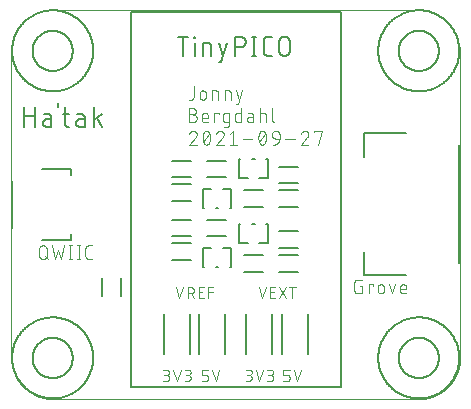
<source format=gto>
G75*
%MOIN*%
%OFA0B0*%
%FSLAX25Y25*%
%IPPOS*%
%LPD*%
%AMOC8*
5,1,8,0,0,1.08239X$1,22.5*
%
%ADD10C,0.00000*%
%ADD11C,0.00400*%
%ADD12C,0.00600*%
%ADD13C,0.00300*%
%ADD14C,0.00500*%
D10*
X0026276Y0011207D02*
X0148323Y0011207D01*
X0148656Y0011211D01*
X0148989Y0011223D01*
X0149321Y0011243D01*
X0149653Y0011271D01*
X0149984Y0011307D01*
X0150314Y0011352D01*
X0150643Y0011404D01*
X0150971Y0011464D01*
X0151297Y0011532D01*
X0151621Y0011607D01*
X0151943Y0011691D01*
X0152263Y0011782D01*
X0152581Y0011881D01*
X0152897Y0011988D01*
X0153209Y0012102D01*
X0153519Y0012224D01*
X0153826Y0012354D01*
X0154130Y0012490D01*
X0154430Y0012634D01*
X0154727Y0012785D01*
X0155020Y0012944D01*
X0155309Y0013109D01*
X0155594Y0013281D01*
X0155875Y0013460D01*
X0156151Y0013646D01*
X0156423Y0013839D01*
X0156690Y0014038D01*
X0156952Y0014243D01*
X0157209Y0014455D01*
X0157461Y0014673D01*
X0157707Y0014896D01*
X0157948Y0015126D01*
X0158184Y0015362D01*
X0158414Y0015603D01*
X0158637Y0015849D01*
X0158855Y0016101D01*
X0159067Y0016358D01*
X0159272Y0016620D01*
X0159471Y0016887D01*
X0159664Y0017159D01*
X0159850Y0017435D01*
X0160029Y0017716D01*
X0160201Y0018001D01*
X0160366Y0018290D01*
X0160525Y0018583D01*
X0160676Y0018880D01*
X0160820Y0019180D01*
X0160956Y0019484D01*
X0161086Y0019791D01*
X0161208Y0020101D01*
X0161322Y0020413D01*
X0161429Y0020729D01*
X0161528Y0021047D01*
X0161619Y0021367D01*
X0161703Y0021689D01*
X0161778Y0022013D01*
X0161846Y0022339D01*
X0161906Y0022667D01*
X0161958Y0022996D01*
X0162003Y0023326D01*
X0162039Y0023657D01*
X0162067Y0023989D01*
X0162087Y0024321D01*
X0162099Y0024654D01*
X0162103Y0024987D01*
X0162102Y0024987D02*
X0162102Y0127231D01*
X0162103Y0127231D02*
X0162075Y0127588D01*
X0162038Y0127943D01*
X0161993Y0128298D01*
X0161939Y0128652D01*
X0161877Y0129004D01*
X0161806Y0129354D01*
X0161727Y0129703D01*
X0161639Y0130050D01*
X0161543Y0130394D01*
X0161439Y0130736D01*
X0161326Y0131075D01*
X0161205Y0131412D01*
X0161076Y0131746D01*
X0160940Y0132076D01*
X0160795Y0132403D01*
X0160642Y0132726D01*
X0160482Y0133046D01*
X0160314Y0133361D01*
X0160138Y0133673D01*
X0159955Y0133980D01*
X0159764Y0134282D01*
X0159566Y0134580D01*
X0159361Y0134873D01*
X0159149Y0135161D01*
X0158931Y0135444D01*
X0158705Y0135721D01*
X0158473Y0135993D01*
X0158234Y0136260D01*
X0157989Y0136520D01*
X0157737Y0136774D01*
X0157480Y0137022D01*
X0157217Y0137264D01*
X0156948Y0137500D01*
X0156673Y0137729D01*
X0156393Y0137951D01*
X0156107Y0138166D01*
X0155817Y0138375D01*
X0155521Y0138576D01*
X0155221Y0138770D01*
X0154916Y0138957D01*
X0154607Y0139136D01*
X0154293Y0139308D01*
X0153975Y0139472D01*
X0153654Y0139629D01*
X0153329Y0139777D01*
X0153000Y0139918D01*
X0152668Y0140051D01*
X0152333Y0140176D01*
X0151995Y0140292D01*
X0151654Y0140401D01*
X0151311Y0140501D01*
X0150965Y0140593D01*
X0150618Y0140676D01*
X0150268Y0140751D01*
X0149917Y0140818D01*
X0149564Y0140876D01*
X0149210Y0140925D01*
X0148854Y0140966D01*
X0148498Y0140999D01*
X0148142Y0141022D01*
X0147784Y0141037D01*
X0147427Y0141044D01*
X0147069Y0141042D01*
X0146712Y0141031D01*
X0146355Y0141011D01*
X0146354Y0141010D02*
X0026276Y0141010D01*
X0026276Y0141011D02*
X0025943Y0141007D01*
X0025610Y0140995D01*
X0025278Y0140975D01*
X0024946Y0140947D01*
X0024615Y0140911D01*
X0024285Y0140866D01*
X0023956Y0140814D01*
X0023628Y0140754D01*
X0023302Y0140686D01*
X0022978Y0140611D01*
X0022656Y0140527D01*
X0022336Y0140436D01*
X0022018Y0140337D01*
X0021702Y0140230D01*
X0021390Y0140116D01*
X0021080Y0139994D01*
X0020773Y0139864D01*
X0020469Y0139728D01*
X0020169Y0139584D01*
X0019872Y0139433D01*
X0019579Y0139274D01*
X0019290Y0139109D01*
X0019005Y0138937D01*
X0018724Y0138758D01*
X0018448Y0138572D01*
X0018176Y0138379D01*
X0017909Y0138180D01*
X0017647Y0137975D01*
X0017390Y0137763D01*
X0017138Y0137545D01*
X0016892Y0137322D01*
X0016651Y0137092D01*
X0016415Y0136856D01*
X0016185Y0136615D01*
X0015962Y0136369D01*
X0015744Y0136117D01*
X0015532Y0135860D01*
X0015327Y0135598D01*
X0015128Y0135331D01*
X0014935Y0135059D01*
X0014749Y0134783D01*
X0014570Y0134502D01*
X0014398Y0134217D01*
X0014233Y0133928D01*
X0014074Y0133635D01*
X0013923Y0133338D01*
X0013779Y0133038D01*
X0013643Y0132734D01*
X0013513Y0132427D01*
X0013391Y0132117D01*
X0013277Y0131805D01*
X0013170Y0131489D01*
X0013071Y0131171D01*
X0012980Y0130851D01*
X0012896Y0130529D01*
X0012821Y0130205D01*
X0012753Y0129879D01*
X0012693Y0129551D01*
X0012641Y0129222D01*
X0012596Y0128892D01*
X0012560Y0128561D01*
X0012532Y0128229D01*
X0012512Y0127897D01*
X0012500Y0127564D01*
X0012496Y0127231D01*
X0012496Y0024987D01*
X0012500Y0024654D01*
X0012512Y0024321D01*
X0012532Y0023989D01*
X0012560Y0023657D01*
X0012596Y0023326D01*
X0012641Y0022996D01*
X0012693Y0022667D01*
X0012753Y0022339D01*
X0012821Y0022013D01*
X0012896Y0021689D01*
X0012980Y0021367D01*
X0013071Y0021047D01*
X0013170Y0020729D01*
X0013277Y0020413D01*
X0013391Y0020101D01*
X0013513Y0019791D01*
X0013643Y0019484D01*
X0013779Y0019180D01*
X0013923Y0018880D01*
X0014074Y0018583D01*
X0014233Y0018290D01*
X0014398Y0018001D01*
X0014570Y0017716D01*
X0014749Y0017435D01*
X0014935Y0017159D01*
X0015128Y0016887D01*
X0015327Y0016620D01*
X0015532Y0016358D01*
X0015744Y0016101D01*
X0015962Y0015849D01*
X0016185Y0015603D01*
X0016415Y0015362D01*
X0016651Y0015126D01*
X0016892Y0014896D01*
X0017138Y0014673D01*
X0017390Y0014455D01*
X0017647Y0014243D01*
X0017909Y0014038D01*
X0018176Y0013839D01*
X0018448Y0013646D01*
X0018724Y0013460D01*
X0019005Y0013281D01*
X0019290Y0013109D01*
X0019579Y0012944D01*
X0019872Y0012785D01*
X0020169Y0012634D01*
X0020469Y0012490D01*
X0020773Y0012354D01*
X0021080Y0012224D01*
X0021390Y0012102D01*
X0021702Y0011988D01*
X0022018Y0011881D01*
X0022336Y0011782D01*
X0022656Y0011691D01*
X0022978Y0011607D01*
X0023302Y0011532D01*
X0023628Y0011464D01*
X0023956Y0011404D01*
X0024285Y0011352D01*
X0024615Y0011307D01*
X0024946Y0011271D01*
X0025278Y0011243D01*
X0025610Y0011223D01*
X0025943Y0011211D01*
X0026276Y0011207D01*
D11*
X0026994Y0057864D02*
X0028016Y0060931D01*
X0029039Y0057864D01*
X0030061Y0062464D01*
X0031705Y0062464D02*
X0032727Y0062464D01*
X0032216Y0062464D02*
X0032216Y0057864D01*
X0031705Y0057864D02*
X0032727Y0057864D01*
X0034405Y0057864D02*
X0035427Y0057864D01*
X0034916Y0057864D02*
X0034916Y0062464D01*
X0034405Y0062464D02*
X0035427Y0062464D01*
X0037225Y0061442D02*
X0037225Y0058886D01*
X0037226Y0058886D02*
X0037228Y0058824D01*
X0037233Y0058763D01*
X0037243Y0058702D01*
X0037256Y0058641D01*
X0037272Y0058582D01*
X0037292Y0058524D01*
X0037316Y0058467D01*
X0037343Y0058411D01*
X0037373Y0058357D01*
X0037407Y0058305D01*
X0037443Y0058256D01*
X0037483Y0058208D01*
X0037525Y0058163D01*
X0037570Y0058121D01*
X0037618Y0058081D01*
X0037667Y0058045D01*
X0037719Y0058011D01*
X0037773Y0057981D01*
X0037829Y0057954D01*
X0037886Y0057930D01*
X0037944Y0057910D01*
X0038003Y0057894D01*
X0038064Y0057881D01*
X0038125Y0057871D01*
X0038186Y0057866D01*
X0038248Y0057864D01*
X0039270Y0057864D01*
X0037226Y0061442D02*
X0037228Y0061504D01*
X0037233Y0061565D01*
X0037243Y0061626D01*
X0037256Y0061687D01*
X0037272Y0061746D01*
X0037292Y0061804D01*
X0037316Y0061861D01*
X0037343Y0061917D01*
X0037373Y0061971D01*
X0037407Y0062023D01*
X0037443Y0062072D01*
X0037483Y0062120D01*
X0037525Y0062165D01*
X0037570Y0062207D01*
X0037618Y0062246D01*
X0037667Y0062283D01*
X0037719Y0062317D01*
X0037773Y0062347D01*
X0037829Y0062374D01*
X0037886Y0062398D01*
X0037944Y0062418D01*
X0038003Y0062434D01*
X0038064Y0062447D01*
X0038125Y0062457D01*
X0038186Y0062462D01*
X0038248Y0062464D01*
X0039270Y0062464D01*
X0026994Y0057864D02*
X0025972Y0062464D01*
X0024307Y0061186D02*
X0024307Y0059142D01*
X0023796Y0058886D02*
X0024818Y0057864D01*
X0024307Y0059142D02*
X0024305Y0059072D01*
X0024299Y0059001D01*
X0024290Y0058932D01*
X0024276Y0058863D01*
X0024259Y0058794D01*
X0024238Y0058727D01*
X0024213Y0058661D01*
X0024185Y0058597D01*
X0024153Y0058534D01*
X0024118Y0058473D01*
X0024079Y0058414D01*
X0024038Y0058357D01*
X0023993Y0058303D01*
X0023945Y0058251D01*
X0023895Y0058202D01*
X0023841Y0058155D01*
X0023786Y0058112D01*
X0023728Y0058072D01*
X0023668Y0058035D01*
X0023606Y0058002D01*
X0023542Y0057972D01*
X0023477Y0057945D01*
X0023411Y0057922D01*
X0023343Y0057903D01*
X0023274Y0057888D01*
X0023205Y0057876D01*
X0023135Y0057868D01*
X0023064Y0057864D01*
X0022994Y0057864D01*
X0022923Y0057868D01*
X0022853Y0057876D01*
X0022784Y0057888D01*
X0022715Y0057903D01*
X0022647Y0057922D01*
X0022581Y0057945D01*
X0022516Y0057972D01*
X0022452Y0058002D01*
X0022390Y0058035D01*
X0022330Y0058072D01*
X0022272Y0058112D01*
X0022217Y0058155D01*
X0022163Y0058202D01*
X0022113Y0058251D01*
X0022065Y0058303D01*
X0022020Y0058357D01*
X0021979Y0058414D01*
X0021940Y0058473D01*
X0021905Y0058534D01*
X0021873Y0058597D01*
X0021845Y0058661D01*
X0021820Y0058727D01*
X0021799Y0058794D01*
X0021782Y0058863D01*
X0021768Y0058932D01*
X0021759Y0059001D01*
X0021753Y0059072D01*
X0021751Y0059142D01*
X0021751Y0061186D01*
X0021753Y0061256D01*
X0021759Y0061327D01*
X0021768Y0061396D01*
X0021782Y0061465D01*
X0021799Y0061534D01*
X0021820Y0061601D01*
X0021845Y0061667D01*
X0021873Y0061731D01*
X0021905Y0061794D01*
X0021940Y0061855D01*
X0021979Y0061914D01*
X0022020Y0061971D01*
X0022065Y0062025D01*
X0022113Y0062077D01*
X0022163Y0062126D01*
X0022217Y0062173D01*
X0022272Y0062216D01*
X0022330Y0062256D01*
X0022390Y0062293D01*
X0022452Y0062326D01*
X0022516Y0062356D01*
X0022581Y0062383D01*
X0022647Y0062406D01*
X0022715Y0062425D01*
X0022784Y0062440D01*
X0022853Y0062452D01*
X0022923Y0062460D01*
X0022994Y0062464D01*
X0023064Y0062464D01*
X0023135Y0062460D01*
X0023205Y0062452D01*
X0023274Y0062440D01*
X0023343Y0062425D01*
X0023411Y0062406D01*
X0023477Y0062383D01*
X0023542Y0062356D01*
X0023606Y0062326D01*
X0023668Y0062293D01*
X0023728Y0062256D01*
X0023786Y0062216D01*
X0023841Y0062173D01*
X0023895Y0062126D01*
X0023945Y0062077D01*
X0023993Y0062025D01*
X0024038Y0061971D01*
X0024079Y0061914D01*
X0024118Y0061855D01*
X0024153Y0061794D01*
X0024185Y0061731D01*
X0024213Y0061667D01*
X0024238Y0061601D01*
X0024259Y0061534D01*
X0024276Y0061465D01*
X0024290Y0061396D01*
X0024299Y0061327D01*
X0024305Y0061256D01*
X0024307Y0061186D01*
X0071751Y0096053D02*
X0074307Y0096053D01*
X0078424Y0096692D02*
X0078472Y0096796D01*
X0078518Y0096901D01*
X0078560Y0097007D01*
X0078599Y0097115D01*
X0078635Y0097224D01*
X0078667Y0097334D01*
X0078697Y0097445D01*
X0078722Y0097557D01*
X0078745Y0097669D01*
X0078764Y0097782D01*
X0078779Y0097896D01*
X0078791Y0098010D01*
X0078800Y0098124D01*
X0078805Y0098238D01*
X0078807Y0098353D01*
X0076251Y0098353D02*
X0076253Y0098468D01*
X0076258Y0098582D01*
X0076267Y0098696D01*
X0076279Y0098810D01*
X0076294Y0098924D01*
X0076313Y0099037D01*
X0076336Y0099149D01*
X0076361Y0099261D01*
X0076391Y0099372D01*
X0076423Y0099482D01*
X0076459Y0099591D01*
X0076498Y0099699D01*
X0076540Y0099805D01*
X0076586Y0099910D01*
X0076634Y0100014D01*
X0077529Y0100653D02*
X0077588Y0100651D01*
X0077646Y0100646D01*
X0077704Y0100637D01*
X0077761Y0100624D01*
X0077818Y0100608D01*
X0077873Y0100588D01*
X0077927Y0100565D01*
X0077979Y0100539D01*
X0078030Y0100509D01*
X0078079Y0100477D01*
X0078126Y0100441D01*
X0078170Y0100403D01*
X0078212Y0100362D01*
X0078251Y0100318D01*
X0078288Y0100272D01*
X0078321Y0100224D01*
X0078352Y0100174D01*
X0078379Y0100122D01*
X0078403Y0100069D01*
X0078424Y0100014D01*
X0078551Y0099631D02*
X0076507Y0097075D01*
X0077529Y0096053D02*
X0077588Y0096055D01*
X0077646Y0096060D01*
X0077704Y0096069D01*
X0077761Y0096082D01*
X0077818Y0096098D01*
X0077873Y0096118D01*
X0077927Y0096141D01*
X0077979Y0096167D01*
X0078030Y0096197D01*
X0078079Y0096229D01*
X0078126Y0096265D01*
X0078170Y0096303D01*
X0078212Y0096344D01*
X0078251Y0096388D01*
X0078288Y0096434D01*
X0078321Y0096482D01*
X0078352Y0096532D01*
X0078379Y0096584D01*
X0078403Y0096637D01*
X0078424Y0096692D01*
X0077529Y0096053D02*
X0077470Y0096055D01*
X0077412Y0096060D01*
X0077354Y0096069D01*
X0077297Y0096082D01*
X0077240Y0096098D01*
X0077185Y0096118D01*
X0077131Y0096141D01*
X0077079Y0096167D01*
X0077028Y0096197D01*
X0076979Y0096229D01*
X0076932Y0096265D01*
X0076888Y0096303D01*
X0076846Y0096344D01*
X0076807Y0096388D01*
X0076770Y0096434D01*
X0076737Y0096482D01*
X0076706Y0096532D01*
X0076679Y0096584D01*
X0076655Y0096637D01*
X0076634Y0096692D01*
X0078807Y0098353D02*
X0078805Y0098468D01*
X0078800Y0098582D01*
X0078791Y0098696D01*
X0078779Y0098810D01*
X0078764Y0098924D01*
X0078745Y0099037D01*
X0078722Y0099149D01*
X0078697Y0099261D01*
X0078667Y0099372D01*
X0078635Y0099482D01*
X0078599Y0099591D01*
X0078560Y0099699D01*
X0078518Y0099805D01*
X0078472Y0099910D01*
X0078424Y0100014D01*
X0077529Y0100653D02*
X0077470Y0100651D01*
X0077412Y0100646D01*
X0077354Y0100637D01*
X0077297Y0100624D01*
X0077240Y0100608D01*
X0077185Y0100588D01*
X0077131Y0100565D01*
X0077079Y0100539D01*
X0077028Y0100509D01*
X0076979Y0100477D01*
X0076932Y0100441D01*
X0076888Y0100403D01*
X0076846Y0100362D01*
X0076807Y0100318D01*
X0076770Y0100272D01*
X0076737Y0100224D01*
X0076706Y0100174D01*
X0076679Y0100122D01*
X0076655Y0100069D01*
X0076634Y0100014D01*
X0073923Y0098609D02*
X0071751Y0096053D01*
X0071752Y0099631D02*
X0071777Y0099701D01*
X0071805Y0099770D01*
X0071836Y0099837D01*
X0071871Y0099903D01*
X0071909Y0099966D01*
X0071951Y0100028D01*
X0071995Y0100088D01*
X0072042Y0100145D01*
X0072092Y0100200D01*
X0072145Y0100252D01*
X0072201Y0100302D01*
X0072259Y0100348D01*
X0072319Y0100392D01*
X0072381Y0100433D01*
X0072445Y0100470D01*
X0072511Y0100504D01*
X0072579Y0100535D01*
X0072648Y0100562D01*
X0072718Y0100586D01*
X0072789Y0100607D01*
X0072862Y0100623D01*
X0072935Y0100636D01*
X0073009Y0100646D01*
X0073083Y0100651D01*
X0073157Y0100653D01*
X0073224Y0100651D01*
X0073291Y0100645D01*
X0073357Y0100636D01*
X0073422Y0100622D01*
X0073487Y0100605D01*
X0073550Y0100584D01*
X0073612Y0100559D01*
X0073673Y0100531D01*
X0073732Y0100499D01*
X0073789Y0100464D01*
X0073844Y0100425D01*
X0073896Y0100384D01*
X0073946Y0100339D01*
X0073993Y0100292D01*
X0074038Y0100242D01*
X0074079Y0100190D01*
X0074118Y0100135D01*
X0074153Y0100078D01*
X0074185Y0100019D01*
X0074213Y0099958D01*
X0074238Y0099896D01*
X0074259Y0099833D01*
X0074276Y0099768D01*
X0074290Y0099703D01*
X0074299Y0099637D01*
X0074305Y0099570D01*
X0074307Y0099503D01*
X0074306Y0099503D02*
X0074304Y0099436D01*
X0074299Y0099370D01*
X0074290Y0099304D01*
X0074277Y0099238D01*
X0074261Y0099174D01*
X0074242Y0099110D01*
X0074219Y0099047D01*
X0074193Y0098986D01*
X0074163Y0098926D01*
X0074130Y0098868D01*
X0074095Y0098812D01*
X0074056Y0098758D01*
X0074014Y0098706D01*
X0073970Y0098656D01*
X0073923Y0098609D01*
X0076251Y0098353D02*
X0076253Y0098238D01*
X0076258Y0098124D01*
X0076267Y0098010D01*
X0076279Y0097896D01*
X0076294Y0097782D01*
X0076313Y0097669D01*
X0076336Y0097557D01*
X0076361Y0097445D01*
X0076391Y0097334D01*
X0076423Y0097224D01*
X0076459Y0097115D01*
X0076498Y0097007D01*
X0076540Y0096901D01*
X0076586Y0096796D01*
X0076634Y0096692D01*
X0080751Y0096053D02*
X0083307Y0096053D01*
X0085251Y0096053D02*
X0087807Y0096053D01*
X0086529Y0096053D02*
X0086529Y0100653D01*
X0085251Y0099631D01*
X0082923Y0098609D02*
X0080751Y0096053D01*
X0080752Y0099631D02*
X0080777Y0099701D01*
X0080805Y0099770D01*
X0080836Y0099837D01*
X0080871Y0099903D01*
X0080909Y0099966D01*
X0080951Y0100028D01*
X0080995Y0100088D01*
X0081042Y0100145D01*
X0081092Y0100200D01*
X0081145Y0100252D01*
X0081201Y0100302D01*
X0081259Y0100348D01*
X0081319Y0100392D01*
X0081381Y0100433D01*
X0081445Y0100470D01*
X0081511Y0100504D01*
X0081579Y0100535D01*
X0081648Y0100562D01*
X0081718Y0100586D01*
X0081789Y0100607D01*
X0081862Y0100623D01*
X0081935Y0100636D01*
X0082009Y0100646D01*
X0082083Y0100651D01*
X0082157Y0100653D01*
X0082224Y0100651D01*
X0082291Y0100645D01*
X0082357Y0100636D01*
X0082422Y0100622D01*
X0082487Y0100605D01*
X0082550Y0100584D01*
X0082612Y0100559D01*
X0082673Y0100531D01*
X0082732Y0100499D01*
X0082789Y0100464D01*
X0082844Y0100425D01*
X0082896Y0100384D01*
X0082946Y0100339D01*
X0082993Y0100292D01*
X0083038Y0100242D01*
X0083079Y0100190D01*
X0083118Y0100135D01*
X0083153Y0100078D01*
X0083185Y0100019D01*
X0083213Y0099958D01*
X0083238Y0099896D01*
X0083259Y0099833D01*
X0083276Y0099768D01*
X0083290Y0099703D01*
X0083299Y0099637D01*
X0083305Y0099570D01*
X0083307Y0099503D01*
X0083306Y0099503D02*
X0083304Y0099436D01*
X0083299Y0099370D01*
X0083290Y0099304D01*
X0083277Y0099238D01*
X0083261Y0099174D01*
X0083242Y0099110D01*
X0083219Y0099047D01*
X0083193Y0098986D01*
X0083163Y0098926D01*
X0083130Y0098868D01*
X0083095Y0098812D01*
X0083056Y0098758D01*
X0083014Y0098706D01*
X0082970Y0098656D01*
X0082923Y0098609D01*
X0089796Y0097842D02*
X0092862Y0097842D01*
X0097024Y0096692D02*
X0097072Y0096796D01*
X0097118Y0096901D01*
X0097160Y0097007D01*
X0097199Y0097115D01*
X0097235Y0097224D01*
X0097267Y0097334D01*
X0097297Y0097445D01*
X0097322Y0097557D01*
X0097345Y0097669D01*
X0097364Y0097782D01*
X0097379Y0097896D01*
X0097391Y0098010D01*
X0097400Y0098124D01*
X0097405Y0098238D01*
X0097407Y0098353D01*
X0094851Y0098353D02*
X0094853Y0098468D01*
X0094858Y0098582D01*
X0094867Y0098696D01*
X0094879Y0098810D01*
X0094894Y0098924D01*
X0094913Y0099037D01*
X0094936Y0099149D01*
X0094961Y0099261D01*
X0094991Y0099372D01*
X0095023Y0099482D01*
X0095059Y0099591D01*
X0095098Y0099699D01*
X0095140Y0099805D01*
X0095186Y0099910D01*
X0095234Y0100014D01*
X0096129Y0100653D02*
X0096188Y0100651D01*
X0096246Y0100646D01*
X0096304Y0100637D01*
X0096361Y0100624D01*
X0096418Y0100608D01*
X0096473Y0100588D01*
X0096527Y0100565D01*
X0096579Y0100539D01*
X0096630Y0100509D01*
X0096679Y0100477D01*
X0096726Y0100441D01*
X0096770Y0100403D01*
X0096812Y0100362D01*
X0096851Y0100318D01*
X0096888Y0100272D01*
X0096921Y0100224D01*
X0096952Y0100174D01*
X0096979Y0100122D01*
X0097003Y0100069D01*
X0097024Y0100014D01*
X0097151Y0099631D02*
X0095107Y0097075D01*
X0096129Y0096053D02*
X0096188Y0096055D01*
X0096246Y0096060D01*
X0096304Y0096069D01*
X0096361Y0096082D01*
X0096418Y0096098D01*
X0096473Y0096118D01*
X0096527Y0096141D01*
X0096579Y0096167D01*
X0096630Y0096197D01*
X0096679Y0096229D01*
X0096726Y0096265D01*
X0096770Y0096303D01*
X0096812Y0096344D01*
X0096851Y0096388D01*
X0096888Y0096434D01*
X0096921Y0096482D01*
X0096952Y0096532D01*
X0096979Y0096584D01*
X0097003Y0096637D01*
X0097024Y0096692D01*
X0096129Y0096053D02*
X0096070Y0096055D01*
X0096012Y0096060D01*
X0095954Y0096069D01*
X0095897Y0096082D01*
X0095840Y0096098D01*
X0095785Y0096118D01*
X0095731Y0096141D01*
X0095679Y0096167D01*
X0095628Y0096197D01*
X0095579Y0096229D01*
X0095532Y0096265D01*
X0095488Y0096303D01*
X0095446Y0096344D01*
X0095407Y0096388D01*
X0095370Y0096434D01*
X0095337Y0096482D01*
X0095306Y0096532D01*
X0095279Y0096584D01*
X0095255Y0096637D01*
X0095234Y0096692D01*
X0097407Y0098353D02*
X0097405Y0098468D01*
X0097400Y0098582D01*
X0097391Y0098696D01*
X0097379Y0098810D01*
X0097364Y0098924D01*
X0097345Y0099037D01*
X0097322Y0099149D01*
X0097297Y0099261D01*
X0097267Y0099372D01*
X0097235Y0099482D01*
X0097199Y0099591D01*
X0097160Y0099699D01*
X0097118Y0099805D01*
X0097072Y0099910D01*
X0097024Y0100014D01*
X0096129Y0100653D02*
X0096070Y0100651D01*
X0096012Y0100646D01*
X0095954Y0100637D01*
X0095897Y0100624D01*
X0095840Y0100608D01*
X0095785Y0100588D01*
X0095731Y0100565D01*
X0095679Y0100539D01*
X0095628Y0100509D01*
X0095579Y0100477D01*
X0095532Y0100441D01*
X0095488Y0100403D01*
X0095446Y0100362D01*
X0095407Y0100318D01*
X0095370Y0100272D01*
X0095337Y0100224D01*
X0095306Y0100174D01*
X0095279Y0100122D01*
X0095255Y0100069D01*
X0095234Y0100014D01*
X0094851Y0098353D02*
X0094853Y0098238D01*
X0094858Y0098124D01*
X0094867Y0098010D01*
X0094879Y0097896D01*
X0094894Y0097782D01*
X0094913Y0097669D01*
X0094936Y0097557D01*
X0094961Y0097445D01*
X0094991Y0097334D01*
X0095023Y0097224D01*
X0095059Y0097115D01*
X0095098Y0097007D01*
X0095140Y0096901D01*
X0095186Y0096796D01*
X0095234Y0096692D01*
X0099351Y0099120D02*
X0099351Y0099375D01*
X0099351Y0099120D02*
X0099353Y0099058D01*
X0099358Y0098997D01*
X0099368Y0098936D01*
X0099381Y0098875D01*
X0099397Y0098816D01*
X0099417Y0098758D01*
X0099441Y0098701D01*
X0099468Y0098645D01*
X0099498Y0098591D01*
X0099532Y0098539D01*
X0099568Y0098490D01*
X0099608Y0098442D01*
X0099650Y0098397D01*
X0099695Y0098355D01*
X0099743Y0098315D01*
X0099792Y0098279D01*
X0099844Y0098245D01*
X0099898Y0098215D01*
X0099954Y0098188D01*
X0100011Y0098164D01*
X0100069Y0098144D01*
X0100128Y0098128D01*
X0100189Y0098115D01*
X0100250Y0098105D01*
X0100311Y0098100D01*
X0100373Y0098098D01*
X0100373Y0098097D02*
X0101907Y0098097D01*
X0101907Y0099375D01*
X0101905Y0099445D01*
X0101899Y0099516D01*
X0101890Y0099585D01*
X0101876Y0099654D01*
X0101859Y0099723D01*
X0101838Y0099790D01*
X0101813Y0099856D01*
X0101785Y0099920D01*
X0101753Y0099983D01*
X0101718Y0100044D01*
X0101679Y0100103D01*
X0101638Y0100160D01*
X0101593Y0100214D01*
X0101545Y0100266D01*
X0101495Y0100315D01*
X0101441Y0100362D01*
X0101386Y0100405D01*
X0101328Y0100445D01*
X0101268Y0100482D01*
X0101206Y0100515D01*
X0101142Y0100545D01*
X0101077Y0100572D01*
X0101011Y0100595D01*
X0100943Y0100614D01*
X0100874Y0100629D01*
X0100805Y0100641D01*
X0100735Y0100649D01*
X0100664Y0100653D01*
X0100594Y0100653D01*
X0100523Y0100649D01*
X0100453Y0100641D01*
X0100384Y0100629D01*
X0100315Y0100614D01*
X0100247Y0100595D01*
X0100181Y0100572D01*
X0100116Y0100545D01*
X0100052Y0100515D01*
X0099990Y0100482D01*
X0099930Y0100445D01*
X0099872Y0100405D01*
X0099817Y0100362D01*
X0099763Y0100315D01*
X0099713Y0100266D01*
X0099665Y0100214D01*
X0099620Y0100160D01*
X0099579Y0100103D01*
X0099540Y0100044D01*
X0099505Y0099983D01*
X0099473Y0099920D01*
X0099445Y0099856D01*
X0099420Y0099790D01*
X0099399Y0099723D01*
X0099382Y0099654D01*
X0099368Y0099585D01*
X0099359Y0099516D01*
X0099353Y0099445D01*
X0099351Y0099375D01*
X0101906Y0098097D02*
X0101904Y0098008D01*
X0101898Y0097919D01*
X0101889Y0097830D01*
X0101875Y0097742D01*
X0101858Y0097655D01*
X0101836Y0097568D01*
X0101811Y0097482D01*
X0101783Y0097398D01*
X0101750Y0097315D01*
X0101714Y0097233D01*
X0101675Y0097153D01*
X0101632Y0097075D01*
X0101586Y0096999D01*
X0101536Y0096925D01*
X0101484Y0096853D01*
X0101428Y0096783D01*
X0101369Y0096716D01*
X0101307Y0096652D01*
X0101243Y0096590D01*
X0101176Y0096531D01*
X0101106Y0096475D01*
X0101034Y0096423D01*
X0100960Y0096373D01*
X0100884Y0096327D01*
X0100806Y0096284D01*
X0100726Y0096245D01*
X0100644Y0096209D01*
X0100561Y0096176D01*
X0100477Y0096148D01*
X0100391Y0096123D01*
X0100304Y0096101D01*
X0100217Y0096084D01*
X0100129Y0096070D01*
X0100040Y0096061D01*
X0099951Y0096055D01*
X0099862Y0096053D01*
X0103896Y0097842D02*
X0106962Y0097842D01*
X0108951Y0096053D02*
X0111507Y0096053D01*
X0108951Y0096053D02*
X0111123Y0098609D01*
X0110357Y0100653D02*
X0110283Y0100651D01*
X0110209Y0100646D01*
X0110135Y0100636D01*
X0110062Y0100623D01*
X0109989Y0100607D01*
X0109918Y0100586D01*
X0109848Y0100562D01*
X0109779Y0100535D01*
X0109711Y0100504D01*
X0109645Y0100470D01*
X0109581Y0100433D01*
X0109519Y0100392D01*
X0109459Y0100348D01*
X0109401Y0100302D01*
X0109345Y0100252D01*
X0109292Y0100200D01*
X0109242Y0100145D01*
X0109195Y0100088D01*
X0109151Y0100028D01*
X0109109Y0099966D01*
X0109071Y0099903D01*
X0109036Y0099837D01*
X0109005Y0099770D01*
X0108977Y0099701D01*
X0108952Y0099631D01*
X0111123Y0098609D02*
X0111170Y0098656D01*
X0111214Y0098706D01*
X0111256Y0098758D01*
X0111295Y0098812D01*
X0111330Y0098868D01*
X0111363Y0098926D01*
X0111393Y0098986D01*
X0111419Y0099047D01*
X0111442Y0099110D01*
X0111461Y0099174D01*
X0111477Y0099238D01*
X0111490Y0099304D01*
X0111499Y0099370D01*
X0111504Y0099436D01*
X0111506Y0099503D01*
X0111507Y0099503D02*
X0111505Y0099570D01*
X0111499Y0099637D01*
X0111490Y0099703D01*
X0111476Y0099768D01*
X0111459Y0099833D01*
X0111438Y0099896D01*
X0111413Y0099958D01*
X0111385Y0100019D01*
X0111353Y0100078D01*
X0111318Y0100135D01*
X0111279Y0100190D01*
X0111238Y0100242D01*
X0111193Y0100292D01*
X0111146Y0100339D01*
X0111096Y0100384D01*
X0111044Y0100425D01*
X0110989Y0100464D01*
X0110932Y0100499D01*
X0110873Y0100531D01*
X0110812Y0100559D01*
X0110750Y0100584D01*
X0110687Y0100605D01*
X0110622Y0100622D01*
X0110557Y0100636D01*
X0110491Y0100645D01*
X0110424Y0100651D01*
X0110357Y0100653D01*
X0113451Y0100653D02*
X0113451Y0100142D01*
X0113451Y0100653D02*
X0116007Y0100653D01*
X0114729Y0096053D01*
X0100216Y0103553D02*
X0100161Y0103555D01*
X0100107Y0103561D01*
X0100053Y0103571D01*
X0100000Y0103584D01*
X0099948Y0103601D01*
X0099897Y0103622D01*
X0099848Y0103647D01*
X0099801Y0103675D01*
X0099756Y0103706D01*
X0099714Y0103740D01*
X0099674Y0103778D01*
X0099636Y0103818D01*
X0099602Y0103860D01*
X0099571Y0103905D01*
X0099543Y0103952D01*
X0099518Y0104001D01*
X0099497Y0104052D01*
X0099480Y0104104D01*
X0099467Y0104157D01*
X0099457Y0104211D01*
X0099451Y0104265D01*
X0099449Y0104320D01*
X0099449Y0108153D01*
X0096618Y0106620D02*
X0095340Y0106620D01*
X0096618Y0106620D02*
X0096673Y0106618D01*
X0096727Y0106612D01*
X0096781Y0106602D01*
X0096834Y0106589D01*
X0096886Y0106572D01*
X0096937Y0106551D01*
X0096986Y0106526D01*
X0097033Y0106498D01*
X0097078Y0106467D01*
X0097120Y0106433D01*
X0097160Y0106395D01*
X0097198Y0106355D01*
X0097232Y0106313D01*
X0097263Y0106268D01*
X0097291Y0106221D01*
X0097316Y0106172D01*
X0097337Y0106121D01*
X0097354Y0106069D01*
X0097367Y0106016D01*
X0097377Y0105962D01*
X0097383Y0105908D01*
X0097385Y0105853D01*
X0097384Y0105853D02*
X0097384Y0103553D01*
X0095340Y0103553D02*
X0095340Y0108153D01*
X0092395Y0106620D02*
X0091372Y0106620D01*
X0092395Y0106620D02*
X0092450Y0106618D01*
X0092504Y0106612D01*
X0092558Y0106602D01*
X0092611Y0106589D01*
X0092663Y0106572D01*
X0092714Y0106551D01*
X0092763Y0106526D01*
X0092810Y0106498D01*
X0092855Y0106467D01*
X0092897Y0106433D01*
X0092937Y0106395D01*
X0092975Y0106355D01*
X0093009Y0106313D01*
X0093040Y0106268D01*
X0093068Y0106221D01*
X0093093Y0106172D01*
X0093114Y0106121D01*
X0093131Y0106069D01*
X0093144Y0106016D01*
X0093154Y0105962D01*
X0093160Y0105908D01*
X0093162Y0105853D01*
X0093161Y0105853D02*
X0093161Y0103553D01*
X0092011Y0103553D01*
X0091953Y0103555D01*
X0091894Y0103561D01*
X0091837Y0103570D01*
X0091780Y0103583D01*
X0091724Y0103600D01*
X0091669Y0103621D01*
X0091616Y0103645D01*
X0091564Y0103673D01*
X0091514Y0103704D01*
X0091467Y0103738D01*
X0091422Y0103775D01*
X0091379Y0103815D01*
X0091339Y0103858D01*
X0091302Y0103903D01*
X0091268Y0103950D01*
X0091237Y0104000D01*
X0091209Y0104052D01*
X0091185Y0104105D01*
X0091164Y0104160D01*
X0091147Y0104216D01*
X0091134Y0104273D01*
X0091125Y0104330D01*
X0091119Y0104389D01*
X0091117Y0104447D01*
X0091119Y0104505D01*
X0091125Y0104564D01*
X0091134Y0104621D01*
X0091147Y0104678D01*
X0091164Y0104734D01*
X0091185Y0104789D01*
X0091209Y0104842D01*
X0091237Y0104894D01*
X0091268Y0104944D01*
X0091302Y0104991D01*
X0091339Y0105036D01*
X0091379Y0105079D01*
X0091422Y0105119D01*
X0091467Y0105156D01*
X0091514Y0105190D01*
X0091564Y0105221D01*
X0091616Y0105249D01*
X0091669Y0105273D01*
X0091724Y0105294D01*
X0091780Y0105311D01*
X0091837Y0105324D01*
X0091894Y0105333D01*
X0091953Y0105339D01*
X0092011Y0105341D01*
X0092011Y0105342D02*
X0093161Y0105342D01*
X0089111Y0106620D02*
X0087834Y0106620D01*
X0087779Y0106618D01*
X0087725Y0106612D01*
X0087671Y0106602D01*
X0087618Y0106589D01*
X0087566Y0106572D01*
X0087515Y0106551D01*
X0087466Y0106526D01*
X0087419Y0106498D01*
X0087374Y0106467D01*
X0087332Y0106433D01*
X0087292Y0106395D01*
X0087254Y0106355D01*
X0087220Y0106313D01*
X0087189Y0106268D01*
X0087161Y0106221D01*
X0087136Y0106172D01*
X0087115Y0106121D01*
X0087098Y0106069D01*
X0087085Y0106016D01*
X0087075Y0105962D01*
X0087069Y0105908D01*
X0087067Y0105853D01*
X0087067Y0104320D01*
X0087069Y0104265D01*
X0087075Y0104211D01*
X0087085Y0104157D01*
X0087098Y0104104D01*
X0087115Y0104052D01*
X0087136Y0104001D01*
X0087161Y0103952D01*
X0087189Y0103905D01*
X0087220Y0103860D01*
X0087254Y0103818D01*
X0087292Y0103778D01*
X0087332Y0103740D01*
X0087374Y0103706D01*
X0087419Y0103675D01*
X0087466Y0103647D01*
X0087515Y0103622D01*
X0087566Y0103601D01*
X0087618Y0103584D01*
X0087671Y0103571D01*
X0087725Y0103561D01*
X0087779Y0103555D01*
X0087834Y0103553D01*
X0089111Y0103553D01*
X0089111Y0108153D01*
X0087977Y0109520D02*
X0089511Y0114120D01*
X0087466Y0114120D02*
X0088488Y0111053D01*
X0087977Y0109520D02*
X0087466Y0109520D01*
X0085611Y0111053D02*
X0085611Y0113353D01*
X0085609Y0113408D01*
X0085603Y0113462D01*
X0085593Y0113516D01*
X0085580Y0113569D01*
X0085563Y0113621D01*
X0085542Y0113672D01*
X0085517Y0113721D01*
X0085489Y0113768D01*
X0085458Y0113813D01*
X0085424Y0113855D01*
X0085386Y0113895D01*
X0085346Y0113933D01*
X0085304Y0113967D01*
X0085259Y0113998D01*
X0085212Y0114026D01*
X0085163Y0114051D01*
X0085112Y0114072D01*
X0085060Y0114089D01*
X0085007Y0114102D01*
X0084953Y0114112D01*
X0084899Y0114118D01*
X0084844Y0114120D01*
X0083566Y0114120D01*
X0083566Y0111053D01*
X0081411Y0111053D02*
X0081411Y0113353D01*
X0081409Y0113408D01*
X0081403Y0113462D01*
X0081393Y0113516D01*
X0081380Y0113569D01*
X0081363Y0113621D01*
X0081342Y0113672D01*
X0081317Y0113721D01*
X0081289Y0113768D01*
X0081258Y0113813D01*
X0081224Y0113855D01*
X0081186Y0113895D01*
X0081146Y0113933D01*
X0081104Y0113967D01*
X0081059Y0113998D01*
X0081012Y0114026D01*
X0080963Y0114051D01*
X0080912Y0114072D01*
X0080860Y0114089D01*
X0080807Y0114102D01*
X0080753Y0114112D01*
X0080699Y0114118D01*
X0080644Y0114120D01*
X0079366Y0114120D01*
X0079366Y0111053D01*
X0077361Y0112075D02*
X0077361Y0113097D01*
X0077360Y0113097D02*
X0077358Y0113160D01*
X0077352Y0113223D01*
X0077343Y0113285D01*
X0077329Y0113346D01*
X0077312Y0113407D01*
X0077291Y0113466D01*
X0077266Y0113524D01*
X0077238Y0113581D01*
X0077207Y0113635D01*
X0077172Y0113687D01*
X0077134Y0113738D01*
X0077093Y0113786D01*
X0077049Y0113831D01*
X0077003Y0113873D01*
X0076954Y0113913D01*
X0076903Y0113949D01*
X0076849Y0113982D01*
X0076794Y0114012D01*
X0076736Y0114038D01*
X0076678Y0114061D01*
X0076618Y0114080D01*
X0076557Y0114095D01*
X0076495Y0114107D01*
X0076432Y0114115D01*
X0076369Y0114119D01*
X0076307Y0114119D01*
X0076244Y0114115D01*
X0076181Y0114107D01*
X0076119Y0114095D01*
X0076058Y0114080D01*
X0075998Y0114061D01*
X0075940Y0114038D01*
X0075882Y0114012D01*
X0075827Y0113982D01*
X0075773Y0113949D01*
X0075722Y0113913D01*
X0075673Y0113873D01*
X0075627Y0113831D01*
X0075583Y0113786D01*
X0075542Y0113738D01*
X0075504Y0113687D01*
X0075469Y0113635D01*
X0075438Y0113581D01*
X0075410Y0113524D01*
X0075385Y0113466D01*
X0075364Y0113407D01*
X0075347Y0113346D01*
X0075333Y0113285D01*
X0075324Y0113223D01*
X0075318Y0113160D01*
X0075316Y0113097D01*
X0075316Y0112075D01*
X0075318Y0112012D01*
X0075324Y0111949D01*
X0075333Y0111887D01*
X0075347Y0111826D01*
X0075364Y0111765D01*
X0075385Y0111706D01*
X0075410Y0111648D01*
X0075438Y0111591D01*
X0075469Y0111537D01*
X0075504Y0111485D01*
X0075542Y0111434D01*
X0075583Y0111386D01*
X0075627Y0111341D01*
X0075673Y0111299D01*
X0075722Y0111259D01*
X0075773Y0111223D01*
X0075827Y0111190D01*
X0075882Y0111160D01*
X0075940Y0111134D01*
X0075998Y0111111D01*
X0076058Y0111092D01*
X0076119Y0111077D01*
X0076181Y0111065D01*
X0076244Y0111057D01*
X0076307Y0111053D01*
X0076369Y0111053D01*
X0076432Y0111057D01*
X0076495Y0111065D01*
X0076557Y0111077D01*
X0076618Y0111092D01*
X0076678Y0111111D01*
X0076736Y0111134D01*
X0076794Y0111160D01*
X0076849Y0111190D01*
X0076903Y0111223D01*
X0076954Y0111259D01*
X0077003Y0111299D01*
X0077049Y0111341D01*
X0077093Y0111386D01*
X0077134Y0111434D01*
X0077172Y0111485D01*
X0077207Y0111537D01*
X0077238Y0111591D01*
X0077266Y0111648D01*
X0077291Y0111706D01*
X0077312Y0111765D01*
X0077329Y0111826D01*
X0077343Y0111887D01*
X0077352Y0111949D01*
X0077358Y0112012D01*
X0077360Y0112075D01*
X0073285Y0112075D02*
X0073285Y0115653D01*
X0073284Y0112075D02*
X0073282Y0112013D01*
X0073277Y0111952D01*
X0073267Y0111891D01*
X0073254Y0111830D01*
X0073238Y0111771D01*
X0073218Y0111713D01*
X0073194Y0111656D01*
X0073167Y0111600D01*
X0073137Y0111546D01*
X0073103Y0111494D01*
X0073067Y0111445D01*
X0073027Y0111397D01*
X0072985Y0111352D01*
X0072940Y0111310D01*
X0072892Y0111270D01*
X0072843Y0111234D01*
X0072791Y0111200D01*
X0072737Y0111170D01*
X0072681Y0111143D01*
X0072624Y0111119D01*
X0072566Y0111099D01*
X0072507Y0111083D01*
X0072446Y0111070D01*
X0072385Y0111060D01*
X0072324Y0111055D01*
X0072262Y0111053D01*
X0071751Y0111053D01*
X0071751Y0108153D02*
X0073029Y0108153D01*
X0073092Y0108151D01*
X0073155Y0108145D01*
X0073217Y0108136D01*
X0073278Y0108122D01*
X0073339Y0108105D01*
X0073398Y0108084D01*
X0073456Y0108059D01*
X0073513Y0108031D01*
X0073567Y0108000D01*
X0073619Y0107965D01*
X0073670Y0107927D01*
X0073718Y0107886D01*
X0073763Y0107842D01*
X0073805Y0107796D01*
X0073845Y0107747D01*
X0073881Y0107696D01*
X0073914Y0107642D01*
X0073944Y0107587D01*
X0073970Y0107529D01*
X0073993Y0107471D01*
X0074012Y0107411D01*
X0074027Y0107350D01*
X0074039Y0107288D01*
X0074047Y0107225D01*
X0074051Y0107162D01*
X0074051Y0107100D01*
X0074047Y0107037D01*
X0074039Y0106974D01*
X0074027Y0106912D01*
X0074012Y0106851D01*
X0073993Y0106791D01*
X0073970Y0106733D01*
X0073944Y0106675D01*
X0073914Y0106620D01*
X0073881Y0106566D01*
X0073845Y0106515D01*
X0073805Y0106466D01*
X0073763Y0106420D01*
X0073718Y0106376D01*
X0073670Y0106335D01*
X0073619Y0106297D01*
X0073567Y0106262D01*
X0073513Y0106231D01*
X0073456Y0106203D01*
X0073398Y0106178D01*
X0073339Y0106157D01*
X0073278Y0106140D01*
X0073217Y0106126D01*
X0073155Y0106117D01*
X0073092Y0106111D01*
X0073029Y0106109D01*
X0071751Y0106109D01*
X0073029Y0106109D02*
X0073099Y0106107D01*
X0073170Y0106101D01*
X0073239Y0106092D01*
X0073308Y0106078D01*
X0073377Y0106061D01*
X0073444Y0106040D01*
X0073510Y0106015D01*
X0073574Y0105987D01*
X0073637Y0105955D01*
X0073698Y0105920D01*
X0073757Y0105881D01*
X0073814Y0105840D01*
X0073868Y0105795D01*
X0073920Y0105747D01*
X0073969Y0105697D01*
X0074016Y0105643D01*
X0074059Y0105588D01*
X0074099Y0105530D01*
X0074136Y0105470D01*
X0074169Y0105408D01*
X0074199Y0105344D01*
X0074226Y0105279D01*
X0074249Y0105213D01*
X0074268Y0105145D01*
X0074283Y0105076D01*
X0074295Y0105007D01*
X0074303Y0104937D01*
X0074307Y0104866D01*
X0074307Y0104796D01*
X0074303Y0104725D01*
X0074295Y0104655D01*
X0074283Y0104586D01*
X0074268Y0104517D01*
X0074249Y0104449D01*
X0074226Y0104383D01*
X0074199Y0104318D01*
X0074169Y0104254D01*
X0074136Y0104192D01*
X0074099Y0104132D01*
X0074059Y0104074D01*
X0074016Y0104019D01*
X0073969Y0103965D01*
X0073920Y0103915D01*
X0073868Y0103867D01*
X0073814Y0103822D01*
X0073757Y0103781D01*
X0073698Y0103742D01*
X0073637Y0103707D01*
X0073574Y0103675D01*
X0073510Y0103647D01*
X0073444Y0103622D01*
X0073377Y0103601D01*
X0073308Y0103584D01*
X0073239Y0103570D01*
X0073170Y0103561D01*
X0073099Y0103555D01*
X0073029Y0103553D01*
X0071751Y0103553D01*
X0071751Y0108153D01*
X0075990Y0105597D02*
X0075990Y0104320D01*
X0075990Y0105086D02*
X0078034Y0105086D01*
X0078034Y0105597D01*
X0078032Y0105660D01*
X0078026Y0105723D01*
X0078017Y0105785D01*
X0078003Y0105846D01*
X0077986Y0105907D01*
X0077965Y0105966D01*
X0077940Y0106024D01*
X0077912Y0106081D01*
X0077881Y0106135D01*
X0077846Y0106187D01*
X0077808Y0106238D01*
X0077767Y0106286D01*
X0077723Y0106331D01*
X0077677Y0106373D01*
X0077628Y0106413D01*
X0077577Y0106449D01*
X0077523Y0106482D01*
X0077468Y0106512D01*
X0077410Y0106538D01*
X0077352Y0106561D01*
X0077292Y0106580D01*
X0077231Y0106595D01*
X0077169Y0106607D01*
X0077106Y0106615D01*
X0077043Y0106619D01*
X0076981Y0106619D01*
X0076918Y0106615D01*
X0076855Y0106607D01*
X0076793Y0106595D01*
X0076732Y0106580D01*
X0076672Y0106561D01*
X0076614Y0106538D01*
X0076556Y0106512D01*
X0076501Y0106482D01*
X0076447Y0106449D01*
X0076396Y0106413D01*
X0076347Y0106373D01*
X0076301Y0106331D01*
X0076257Y0106286D01*
X0076216Y0106238D01*
X0076178Y0106187D01*
X0076143Y0106135D01*
X0076112Y0106081D01*
X0076084Y0106024D01*
X0076059Y0105966D01*
X0076038Y0105907D01*
X0076021Y0105846D01*
X0076007Y0105785D01*
X0075998Y0105723D01*
X0075992Y0105660D01*
X0075990Y0105597D01*
X0075990Y0104320D02*
X0075992Y0104265D01*
X0075998Y0104211D01*
X0076008Y0104157D01*
X0076021Y0104104D01*
X0076038Y0104052D01*
X0076059Y0104001D01*
X0076084Y0103952D01*
X0076112Y0103905D01*
X0076143Y0103860D01*
X0076177Y0103818D01*
X0076215Y0103778D01*
X0076255Y0103740D01*
X0076297Y0103706D01*
X0076342Y0103675D01*
X0076389Y0103647D01*
X0076438Y0103622D01*
X0076489Y0103601D01*
X0076541Y0103584D01*
X0076594Y0103571D01*
X0076648Y0103561D01*
X0076702Y0103555D01*
X0076757Y0103553D01*
X0078034Y0103553D01*
X0080066Y0103553D02*
X0080066Y0106620D01*
X0081600Y0106620D01*
X0081600Y0106109D01*
X0083017Y0105853D02*
X0083017Y0104320D01*
X0083019Y0104265D01*
X0083025Y0104211D01*
X0083035Y0104157D01*
X0083048Y0104104D01*
X0083065Y0104052D01*
X0083086Y0104001D01*
X0083111Y0103952D01*
X0083139Y0103905D01*
X0083170Y0103860D01*
X0083204Y0103818D01*
X0083242Y0103778D01*
X0083282Y0103740D01*
X0083324Y0103706D01*
X0083369Y0103675D01*
X0083416Y0103647D01*
X0083465Y0103622D01*
X0083516Y0103601D01*
X0083568Y0103584D01*
X0083621Y0103571D01*
X0083675Y0103561D01*
X0083729Y0103555D01*
X0083784Y0103553D01*
X0085061Y0103553D01*
X0085061Y0102786D02*
X0085061Y0106620D01*
X0083784Y0106620D01*
X0083729Y0106618D01*
X0083675Y0106612D01*
X0083621Y0106602D01*
X0083568Y0106589D01*
X0083516Y0106572D01*
X0083465Y0106551D01*
X0083416Y0106526D01*
X0083369Y0106498D01*
X0083324Y0106467D01*
X0083282Y0106433D01*
X0083242Y0106395D01*
X0083204Y0106355D01*
X0083170Y0106313D01*
X0083139Y0106268D01*
X0083111Y0106221D01*
X0083086Y0106172D01*
X0083065Y0106121D01*
X0083048Y0106069D01*
X0083035Y0106016D01*
X0083025Y0105962D01*
X0083019Y0105908D01*
X0083017Y0105853D01*
X0085062Y0102786D02*
X0085060Y0102731D01*
X0085054Y0102677D01*
X0085044Y0102623D01*
X0085031Y0102570D01*
X0085014Y0102518D01*
X0084993Y0102467D01*
X0084968Y0102418D01*
X0084940Y0102371D01*
X0084909Y0102326D01*
X0084875Y0102284D01*
X0084837Y0102244D01*
X0084797Y0102206D01*
X0084755Y0102172D01*
X0084710Y0102141D01*
X0084663Y0102113D01*
X0084614Y0102088D01*
X0084563Y0102067D01*
X0084511Y0102050D01*
X0084458Y0102037D01*
X0084404Y0102027D01*
X0084350Y0102021D01*
X0084295Y0102019D01*
X0084295Y0102020D02*
X0083272Y0102020D01*
X0127892Y0051047D02*
X0129425Y0051047D01*
X0127892Y0051046D02*
X0127830Y0051044D01*
X0127769Y0051039D01*
X0127708Y0051029D01*
X0127647Y0051016D01*
X0127588Y0051000D01*
X0127530Y0050980D01*
X0127473Y0050956D01*
X0127417Y0050929D01*
X0127363Y0050899D01*
X0127311Y0050865D01*
X0127262Y0050828D01*
X0127214Y0050789D01*
X0127169Y0050747D01*
X0127127Y0050702D01*
X0127087Y0050654D01*
X0127051Y0050605D01*
X0127017Y0050553D01*
X0126987Y0050499D01*
X0126960Y0050443D01*
X0126936Y0050386D01*
X0126916Y0050328D01*
X0126900Y0050269D01*
X0126887Y0050208D01*
X0126877Y0050147D01*
X0126872Y0050086D01*
X0126870Y0050024D01*
X0126869Y0050024D02*
X0126869Y0047469D01*
X0126870Y0047469D02*
X0126872Y0047407D01*
X0126877Y0047346D01*
X0126887Y0047285D01*
X0126900Y0047224D01*
X0126916Y0047165D01*
X0126936Y0047107D01*
X0126960Y0047050D01*
X0126987Y0046994D01*
X0127017Y0046940D01*
X0127051Y0046888D01*
X0127087Y0046839D01*
X0127127Y0046791D01*
X0127169Y0046746D01*
X0127214Y0046704D01*
X0127262Y0046664D01*
X0127311Y0046628D01*
X0127363Y0046594D01*
X0127417Y0046564D01*
X0127473Y0046537D01*
X0127530Y0046513D01*
X0127588Y0046493D01*
X0127647Y0046477D01*
X0127708Y0046464D01*
X0127769Y0046454D01*
X0127830Y0046449D01*
X0127892Y0046447D01*
X0129425Y0046447D01*
X0129425Y0049002D01*
X0128658Y0049002D01*
X0131651Y0049513D02*
X0133184Y0049513D01*
X0133184Y0049002D01*
X0134625Y0048491D02*
X0134625Y0047469D01*
X0134627Y0047406D01*
X0134633Y0047343D01*
X0134642Y0047281D01*
X0134656Y0047220D01*
X0134673Y0047159D01*
X0134694Y0047100D01*
X0134719Y0047042D01*
X0134747Y0046985D01*
X0134778Y0046931D01*
X0134813Y0046879D01*
X0134851Y0046828D01*
X0134892Y0046780D01*
X0134936Y0046735D01*
X0134982Y0046693D01*
X0135031Y0046653D01*
X0135082Y0046617D01*
X0135136Y0046584D01*
X0135191Y0046554D01*
X0135249Y0046528D01*
X0135307Y0046505D01*
X0135367Y0046486D01*
X0135428Y0046471D01*
X0135490Y0046459D01*
X0135553Y0046451D01*
X0135616Y0046447D01*
X0135678Y0046447D01*
X0135741Y0046451D01*
X0135804Y0046459D01*
X0135866Y0046471D01*
X0135927Y0046486D01*
X0135987Y0046505D01*
X0136045Y0046528D01*
X0136103Y0046554D01*
X0136158Y0046584D01*
X0136212Y0046617D01*
X0136263Y0046653D01*
X0136312Y0046693D01*
X0136358Y0046735D01*
X0136402Y0046780D01*
X0136443Y0046828D01*
X0136481Y0046879D01*
X0136516Y0046931D01*
X0136547Y0046985D01*
X0136575Y0047042D01*
X0136600Y0047100D01*
X0136621Y0047159D01*
X0136638Y0047220D01*
X0136652Y0047281D01*
X0136661Y0047343D01*
X0136667Y0047406D01*
X0136669Y0047469D01*
X0136669Y0048491D01*
X0136667Y0048554D01*
X0136661Y0048617D01*
X0136652Y0048679D01*
X0136638Y0048740D01*
X0136621Y0048801D01*
X0136600Y0048860D01*
X0136575Y0048918D01*
X0136547Y0048975D01*
X0136516Y0049029D01*
X0136481Y0049081D01*
X0136443Y0049132D01*
X0136402Y0049180D01*
X0136358Y0049225D01*
X0136312Y0049267D01*
X0136263Y0049307D01*
X0136212Y0049343D01*
X0136158Y0049376D01*
X0136103Y0049406D01*
X0136045Y0049432D01*
X0135987Y0049455D01*
X0135927Y0049474D01*
X0135866Y0049489D01*
X0135804Y0049501D01*
X0135741Y0049509D01*
X0135678Y0049513D01*
X0135616Y0049513D01*
X0135553Y0049509D01*
X0135490Y0049501D01*
X0135428Y0049489D01*
X0135367Y0049474D01*
X0135307Y0049455D01*
X0135249Y0049432D01*
X0135191Y0049406D01*
X0135136Y0049376D01*
X0135082Y0049343D01*
X0135031Y0049307D01*
X0134982Y0049267D01*
X0134936Y0049225D01*
X0134892Y0049180D01*
X0134851Y0049132D01*
X0134813Y0049081D01*
X0134778Y0049029D01*
X0134747Y0048975D01*
X0134719Y0048918D01*
X0134694Y0048860D01*
X0134673Y0048801D01*
X0134656Y0048740D01*
X0134642Y0048679D01*
X0134633Y0048617D01*
X0134627Y0048554D01*
X0134625Y0048491D01*
X0131651Y0049513D02*
X0131651Y0046447D01*
X0138375Y0049513D02*
X0139397Y0046447D01*
X0140419Y0049513D01*
X0142125Y0048491D02*
X0142125Y0047213D01*
X0142124Y0047213D02*
X0142126Y0047158D01*
X0142132Y0047104D01*
X0142142Y0047050D01*
X0142155Y0046997D01*
X0142172Y0046945D01*
X0142193Y0046894D01*
X0142218Y0046845D01*
X0142246Y0046798D01*
X0142277Y0046753D01*
X0142311Y0046711D01*
X0142349Y0046671D01*
X0142389Y0046633D01*
X0142431Y0046599D01*
X0142476Y0046568D01*
X0142523Y0046540D01*
X0142572Y0046515D01*
X0142623Y0046494D01*
X0142675Y0046477D01*
X0142728Y0046464D01*
X0142782Y0046454D01*
X0142836Y0046448D01*
X0142891Y0046446D01*
X0142891Y0046447D02*
X0144169Y0046447D01*
X0144169Y0047980D02*
X0142125Y0047980D01*
X0142125Y0048491D02*
X0142127Y0048554D01*
X0142133Y0048617D01*
X0142142Y0048679D01*
X0142156Y0048740D01*
X0142173Y0048801D01*
X0142194Y0048860D01*
X0142219Y0048918D01*
X0142247Y0048975D01*
X0142278Y0049029D01*
X0142313Y0049081D01*
X0142351Y0049132D01*
X0142392Y0049180D01*
X0142436Y0049225D01*
X0142482Y0049267D01*
X0142531Y0049307D01*
X0142582Y0049343D01*
X0142636Y0049376D01*
X0142691Y0049406D01*
X0142749Y0049432D01*
X0142807Y0049455D01*
X0142867Y0049474D01*
X0142928Y0049489D01*
X0142990Y0049501D01*
X0143053Y0049509D01*
X0143116Y0049513D01*
X0143178Y0049513D01*
X0143241Y0049509D01*
X0143304Y0049501D01*
X0143366Y0049489D01*
X0143427Y0049474D01*
X0143487Y0049455D01*
X0143545Y0049432D01*
X0143603Y0049406D01*
X0143658Y0049376D01*
X0143712Y0049343D01*
X0143763Y0049307D01*
X0143812Y0049267D01*
X0143858Y0049225D01*
X0143902Y0049180D01*
X0143943Y0049132D01*
X0143981Y0049081D01*
X0144016Y0049029D01*
X0144047Y0048975D01*
X0144075Y0048918D01*
X0144100Y0048860D01*
X0144121Y0048801D01*
X0144138Y0048740D01*
X0144152Y0048679D01*
X0144161Y0048617D01*
X0144167Y0048554D01*
X0144169Y0048491D01*
X0144169Y0047980D01*
D12*
X0141630Y0024987D02*
X0141632Y0025151D01*
X0141638Y0025315D01*
X0141648Y0025479D01*
X0141662Y0025643D01*
X0141680Y0025806D01*
X0141702Y0025969D01*
X0141729Y0026131D01*
X0141759Y0026293D01*
X0141793Y0026453D01*
X0141831Y0026613D01*
X0141872Y0026772D01*
X0141918Y0026930D01*
X0141968Y0027086D01*
X0142021Y0027242D01*
X0142078Y0027396D01*
X0142139Y0027548D01*
X0142204Y0027699D01*
X0142273Y0027849D01*
X0142345Y0027996D01*
X0142420Y0028142D01*
X0142500Y0028286D01*
X0142582Y0028428D01*
X0142668Y0028568D01*
X0142758Y0028705D01*
X0142851Y0028841D01*
X0142947Y0028974D01*
X0143047Y0029105D01*
X0143149Y0029233D01*
X0143255Y0029359D01*
X0143364Y0029482D01*
X0143476Y0029602D01*
X0143590Y0029720D01*
X0143708Y0029834D01*
X0143828Y0029946D01*
X0143951Y0030055D01*
X0144077Y0030161D01*
X0144205Y0030263D01*
X0144336Y0030363D01*
X0144469Y0030459D01*
X0144605Y0030552D01*
X0144742Y0030642D01*
X0144882Y0030728D01*
X0145024Y0030810D01*
X0145168Y0030890D01*
X0145314Y0030965D01*
X0145461Y0031037D01*
X0145611Y0031106D01*
X0145762Y0031171D01*
X0145914Y0031232D01*
X0146068Y0031289D01*
X0146224Y0031342D01*
X0146380Y0031392D01*
X0146538Y0031438D01*
X0146697Y0031479D01*
X0146857Y0031517D01*
X0147017Y0031551D01*
X0147179Y0031581D01*
X0147341Y0031608D01*
X0147504Y0031630D01*
X0147667Y0031648D01*
X0147831Y0031662D01*
X0147995Y0031672D01*
X0148159Y0031678D01*
X0148323Y0031680D01*
X0148487Y0031678D01*
X0148651Y0031672D01*
X0148815Y0031662D01*
X0148979Y0031648D01*
X0149142Y0031630D01*
X0149305Y0031608D01*
X0149467Y0031581D01*
X0149629Y0031551D01*
X0149789Y0031517D01*
X0149949Y0031479D01*
X0150108Y0031438D01*
X0150266Y0031392D01*
X0150422Y0031342D01*
X0150578Y0031289D01*
X0150732Y0031232D01*
X0150884Y0031171D01*
X0151035Y0031106D01*
X0151185Y0031037D01*
X0151332Y0030965D01*
X0151478Y0030890D01*
X0151622Y0030810D01*
X0151764Y0030728D01*
X0151904Y0030642D01*
X0152041Y0030552D01*
X0152177Y0030459D01*
X0152310Y0030363D01*
X0152441Y0030263D01*
X0152569Y0030161D01*
X0152695Y0030055D01*
X0152818Y0029946D01*
X0152938Y0029834D01*
X0153056Y0029720D01*
X0153170Y0029602D01*
X0153282Y0029482D01*
X0153391Y0029359D01*
X0153497Y0029233D01*
X0153599Y0029105D01*
X0153699Y0028974D01*
X0153795Y0028841D01*
X0153888Y0028705D01*
X0153978Y0028568D01*
X0154064Y0028428D01*
X0154146Y0028286D01*
X0154226Y0028142D01*
X0154301Y0027996D01*
X0154373Y0027849D01*
X0154442Y0027699D01*
X0154507Y0027548D01*
X0154568Y0027396D01*
X0154625Y0027242D01*
X0154678Y0027086D01*
X0154728Y0026930D01*
X0154774Y0026772D01*
X0154815Y0026613D01*
X0154853Y0026453D01*
X0154887Y0026293D01*
X0154917Y0026131D01*
X0154944Y0025969D01*
X0154966Y0025806D01*
X0154984Y0025643D01*
X0154998Y0025479D01*
X0155008Y0025315D01*
X0155014Y0025151D01*
X0155016Y0024987D01*
X0155014Y0024823D01*
X0155008Y0024659D01*
X0154998Y0024495D01*
X0154984Y0024331D01*
X0154966Y0024168D01*
X0154944Y0024005D01*
X0154917Y0023843D01*
X0154887Y0023681D01*
X0154853Y0023521D01*
X0154815Y0023361D01*
X0154774Y0023202D01*
X0154728Y0023044D01*
X0154678Y0022888D01*
X0154625Y0022732D01*
X0154568Y0022578D01*
X0154507Y0022426D01*
X0154442Y0022275D01*
X0154373Y0022125D01*
X0154301Y0021978D01*
X0154226Y0021832D01*
X0154146Y0021688D01*
X0154064Y0021546D01*
X0153978Y0021406D01*
X0153888Y0021269D01*
X0153795Y0021133D01*
X0153699Y0021000D01*
X0153599Y0020869D01*
X0153497Y0020741D01*
X0153391Y0020615D01*
X0153282Y0020492D01*
X0153170Y0020372D01*
X0153056Y0020254D01*
X0152938Y0020140D01*
X0152818Y0020028D01*
X0152695Y0019919D01*
X0152569Y0019813D01*
X0152441Y0019711D01*
X0152310Y0019611D01*
X0152177Y0019515D01*
X0152041Y0019422D01*
X0151904Y0019332D01*
X0151764Y0019246D01*
X0151622Y0019164D01*
X0151478Y0019084D01*
X0151332Y0019009D01*
X0151185Y0018937D01*
X0151035Y0018868D01*
X0150884Y0018803D01*
X0150732Y0018742D01*
X0150578Y0018685D01*
X0150422Y0018632D01*
X0150266Y0018582D01*
X0150108Y0018536D01*
X0149949Y0018495D01*
X0149789Y0018457D01*
X0149629Y0018423D01*
X0149467Y0018393D01*
X0149305Y0018366D01*
X0149142Y0018344D01*
X0148979Y0018326D01*
X0148815Y0018312D01*
X0148651Y0018302D01*
X0148487Y0018296D01*
X0148323Y0018294D01*
X0148159Y0018296D01*
X0147995Y0018302D01*
X0147831Y0018312D01*
X0147667Y0018326D01*
X0147504Y0018344D01*
X0147341Y0018366D01*
X0147179Y0018393D01*
X0147017Y0018423D01*
X0146857Y0018457D01*
X0146697Y0018495D01*
X0146538Y0018536D01*
X0146380Y0018582D01*
X0146224Y0018632D01*
X0146068Y0018685D01*
X0145914Y0018742D01*
X0145762Y0018803D01*
X0145611Y0018868D01*
X0145461Y0018937D01*
X0145314Y0019009D01*
X0145168Y0019084D01*
X0145024Y0019164D01*
X0144882Y0019246D01*
X0144742Y0019332D01*
X0144605Y0019422D01*
X0144469Y0019515D01*
X0144336Y0019611D01*
X0144205Y0019711D01*
X0144077Y0019813D01*
X0143951Y0019919D01*
X0143828Y0020028D01*
X0143708Y0020140D01*
X0143590Y0020254D01*
X0143476Y0020372D01*
X0143364Y0020492D01*
X0143255Y0020615D01*
X0143149Y0020741D01*
X0143047Y0020869D01*
X0142947Y0021000D01*
X0142851Y0021133D01*
X0142758Y0021269D01*
X0142668Y0021406D01*
X0142582Y0021546D01*
X0142500Y0021688D01*
X0142420Y0021832D01*
X0142345Y0021978D01*
X0142273Y0022125D01*
X0142204Y0022275D01*
X0142139Y0022426D01*
X0142078Y0022578D01*
X0142021Y0022732D01*
X0141968Y0022888D01*
X0141918Y0023044D01*
X0141872Y0023202D01*
X0141831Y0023361D01*
X0141793Y0023521D01*
X0141759Y0023681D01*
X0141729Y0023843D01*
X0141702Y0024005D01*
X0141680Y0024168D01*
X0141662Y0024331D01*
X0141648Y0024495D01*
X0141638Y0024659D01*
X0141632Y0024823D01*
X0141630Y0024987D01*
X0134823Y0024987D02*
X0134827Y0025318D01*
X0134839Y0025649D01*
X0134860Y0025980D01*
X0134888Y0026310D01*
X0134925Y0026640D01*
X0134969Y0026968D01*
X0135022Y0027295D01*
X0135082Y0027621D01*
X0135151Y0027945D01*
X0135228Y0028267D01*
X0135312Y0028588D01*
X0135404Y0028906D01*
X0135504Y0029222D01*
X0135612Y0029535D01*
X0135728Y0029846D01*
X0135851Y0030153D01*
X0135981Y0030458D01*
X0136119Y0030759D01*
X0136264Y0031057D01*
X0136417Y0031351D01*
X0136577Y0031641D01*
X0136744Y0031927D01*
X0136917Y0032209D01*
X0137098Y0032487D01*
X0137286Y0032760D01*
X0137480Y0033029D01*
X0137680Y0033293D01*
X0137887Y0033551D01*
X0138101Y0033805D01*
X0138320Y0034053D01*
X0138546Y0034296D01*
X0138777Y0034533D01*
X0139014Y0034764D01*
X0139257Y0034990D01*
X0139505Y0035209D01*
X0139759Y0035423D01*
X0140017Y0035630D01*
X0140281Y0035830D01*
X0140550Y0036024D01*
X0140823Y0036212D01*
X0141101Y0036393D01*
X0141383Y0036566D01*
X0141669Y0036733D01*
X0141959Y0036893D01*
X0142253Y0037046D01*
X0142551Y0037191D01*
X0142852Y0037329D01*
X0143157Y0037459D01*
X0143464Y0037582D01*
X0143775Y0037698D01*
X0144088Y0037806D01*
X0144404Y0037906D01*
X0144722Y0037998D01*
X0145043Y0038082D01*
X0145365Y0038159D01*
X0145689Y0038228D01*
X0146015Y0038288D01*
X0146342Y0038341D01*
X0146670Y0038385D01*
X0147000Y0038422D01*
X0147330Y0038450D01*
X0147661Y0038471D01*
X0147992Y0038483D01*
X0148323Y0038487D01*
X0148654Y0038483D01*
X0148985Y0038471D01*
X0149316Y0038450D01*
X0149646Y0038422D01*
X0149976Y0038385D01*
X0150304Y0038341D01*
X0150631Y0038288D01*
X0150957Y0038228D01*
X0151281Y0038159D01*
X0151603Y0038082D01*
X0151924Y0037998D01*
X0152242Y0037906D01*
X0152558Y0037806D01*
X0152871Y0037698D01*
X0153182Y0037582D01*
X0153489Y0037459D01*
X0153794Y0037329D01*
X0154095Y0037191D01*
X0154393Y0037046D01*
X0154687Y0036893D01*
X0154977Y0036733D01*
X0155263Y0036566D01*
X0155545Y0036393D01*
X0155823Y0036212D01*
X0156096Y0036024D01*
X0156365Y0035830D01*
X0156629Y0035630D01*
X0156887Y0035423D01*
X0157141Y0035209D01*
X0157389Y0034990D01*
X0157632Y0034764D01*
X0157869Y0034533D01*
X0158100Y0034296D01*
X0158326Y0034053D01*
X0158545Y0033805D01*
X0158759Y0033551D01*
X0158966Y0033293D01*
X0159166Y0033029D01*
X0159360Y0032760D01*
X0159548Y0032487D01*
X0159729Y0032209D01*
X0159902Y0031927D01*
X0160069Y0031641D01*
X0160229Y0031351D01*
X0160382Y0031057D01*
X0160527Y0030759D01*
X0160665Y0030458D01*
X0160795Y0030153D01*
X0160918Y0029846D01*
X0161034Y0029535D01*
X0161142Y0029222D01*
X0161242Y0028906D01*
X0161334Y0028588D01*
X0161418Y0028267D01*
X0161495Y0027945D01*
X0161564Y0027621D01*
X0161624Y0027295D01*
X0161677Y0026968D01*
X0161721Y0026640D01*
X0161758Y0026310D01*
X0161786Y0025980D01*
X0161807Y0025649D01*
X0161819Y0025318D01*
X0161823Y0024987D01*
X0161819Y0024656D01*
X0161807Y0024325D01*
X0161786Y0023994D01*
X0161758Y0023664D01*
X0161721Y0023334D01*
X0161677Y0023006D01*
X0161624Y0022679D01*
X0161564Y0022353D01*
X0161495Y0022029D01*
X0161418Y0021707D01*
X0161334Y0021386D01*
X0161242Y0021068D01*
X0161142Y0020752D01*
X0161034Y0020439D01*
X0160918Y0020128D01*
X0160795Y0019821D01*
X0160665Y0019516D01*
X0160527Y0019215D01*
X0160382Y0018917D01*
X0160229Y0018623D01*
X0160069Y0018333D01*
X0159902Y0018047D01*
X0159729Y0017765D01*
X0159548Y0017487D01*
X0159360Y0017214D01*
X0159166Y0016945D01*
X0158966Y0016681D01*
X0158759Y0016423D01*
X0158545Y0016169D01*
X0158326Y0015921D01*
X0158100Y0015678D01*
X0157869Y0015441D01*
X0157632Y0015210D01*
X0157389Y0014984D01*
X0157141Y0014765D01*
X0156887Y0014551D01*
X0156629Y0014344D01*
X0156365Y0014144D01*
X0156096Y0013950D01*
X0155823Y0013762D01*
X0155545Y0013581D01*
X0155263Y0013408D01*
X0154977Y0013241D01*
X0154687Y0013081D01*
X0154393Y0012928D01*
X0154095Y0012783D01*
X0153794Y0012645D01*
X0153489Y0012515D01*
X0153182Y0012392D01*
X0152871Y0012276D01*
X0152558Y0012168D01*
X0152242Y0012068D01*
X0151924Y0011976D01*
X0151603Y0011892D01*
X0151281Y0011815D01*
X0150957Y0011746D01*
X0150631Y0011686D01*
X0150304Y0011633D01*
X0149976Y0011589D01*
X0149646Y0011552D01*
X0149316Y0011524D01*
X0148985Y0011503D01*
X0148654Y0011491D01*
X0148323Y0011487D01*
X0147992Y0011491D01*
X0147661Y0011503D01*
X0147330Y0011524D01*
X0147000Y0011552D01*
X0146670Y0011589D01*
X0146342Y0011633D01*
X0146015Y0011686D01*
X0145689Y0011746D01*
X0145365Y0011815D01*
X0145043Y0011892D01*
X0144722Y0011976D01*
X0144404Y0012068D01*
X0144088Y0012168D01*
X0143775Y0012276D01*
X0143464Y0012392D01*
X0143157Y0012515D01*
X0142852Y0012645D01*
X0142551Y0012783D01*
X0142253Y0012928D01*
X0141959Y0013081D01*
X0141669Y0013241D01*
X0141383Y0013408D01*
X0141101Y0013581D01*
X0140823Y0013762D01*
X0140550Y0013950D01*
X0140281Y0014144D01*
X0140017Y0014344D01*
X0139759Y0014551D01*
X0139505Y0014765D01*
X0139257Y0014984D01*
X0139014Y0015210D01*
X0138777Y0015441D01*
X0138546Y0015678D01*
X0138320Y0015921D01*
X0138101Y0016169D01*
X0137887Y0016423D01*
X0137680Y0016681D01*
X0137480Y0016945D01*
X0137286Y0017214D01*
X0137098Y0017487D01*
X0136917Y0017765D01*
X0136744Y0018047D01*
X0136577Y0018333D01*
X0136417Y0018623D01*
X0136264Y0018917D01*
X0136119Y0019215D01*
X0135981Y0019516D01*
X0135851Y0019821D01*
X0135728Y0020128D01*
X0135612Y0020439D01*
X0135504Y0020752D01*
X0135404Y0021068D01*
X0135312Y0021386D01*
X0135228Y0021707D01*
X0135151Y0022029D01*
X0135082Y0022353D01*
X0135022Y0022679D01*
X0134969Y0023006D01*
X0134925Y0023334D01*
X0134888Y0023664D01*
X0134860Y0023994D01*
X0134839Y0024325D01*
X0134827Y0024656D01*
X0134823Y0024987D01*
X0019583Y0024987D02*
X0019585Y0025151D01*
X0019591Y0025315D01*
X0019601Y0025479D01*
X0019615Y0025643D01*
X0019633Y0025806D01*
X0019655Y0025969D01*
X0019682Y0026131D01*
X0019712Y0026293D01*
X0019746Y0026453D01*
X0019784Y0026613D01*
X0019825Y0026772D01*
X0019871Y0026930D01*
X0019921Y0027086D01*
X0019974Y0027242D01*
X0020031Y0027396D01*
X0020092Y0027548D01*
X0020157Y0027699D01*
X0020226Y0027849D01*
X0020298Y0027996D01*
X0020373Y0028142D01*
X0020453Y0028286D01*
X0020535Y0028428D01*
X0020621Y0028568D01*
X0020711Y0028705D01*
X0020804Y0028841D01*
X0020900Y0028974D01*
X0021000Y0029105D01*
X0021102Y0029233D01*
X0021208Y0029359D01*
X0021317Y0029482D01*
X0021429Y0029602D01*
X0021543Y0029720D01*
X0021661Y0029834D01*
X0021781Y0029946D01*
X0021904Y0030055D01*
X0022030Y0030161D01*
X0022158Y0030263D01*
X0022289Y0030363D01*
X0022422Y0030459D01*
X0022558Y0030552D01*
X0022695Y0030642D01*
X0022835Y0030728D01*
X0022977Y0030810D01*
X0023121Y0030890D01*
X0023267Y0030965D01*
X0023414Y0031037D01*
X0023564Y0031106D01*
X0023715Y0031171D01*
X0023867Y0031232D01*
X0024021Y0031289D01*
X0024177Y0031342D01*
X0024333Y0031392D01*
X0024491Y0031438D01*
X0024650Y0031479D01*
X0024810Y0031517D01*
X0024970Y0031551D01*
X0025132Y0031581D01*
X0025294Y0031608D01*
X0025457Y0031630D01*
X0025620Y0031648D01*
X0025784Y0031662D01*
X0025948Y0031672D01*
X0026112Y0031678D01*
X0026276Y0031680D01*
X0026440Y0031678D01*
X0026604Y0031672D01*
X0026768Y0031662D01*
X0026932Y0031648D01*
X0027095Y0031630D01*
X0027258Y0031608D01*
X0027420Y0031581D01*
X0027582Y0031551D01*
X0027742Y0031517D01*
X0027902Y0031479D01*
X0028061Y0031438D01*
X0028219Y0031392D01*
X0028375Y0031342D01*
X0028531Y0031289D01*
X0028685Y0031232D01*
X0028837Y0031171D01*
X0028988Y0031106D01*
X0029138Y0031037D01*
X0029285Y0030965D01*
X0029431Y0030890D01*
X0029575Y0030810D01*
X0029717Y0030728D01*
X0029857Y0030642D01*
X0029994Y0030552D01*
X0030130Y0030459D01*
X0030263Y0030363D01*
X0030394Y0030263D01*
X0030522Y0030161D01*
X0030648Y0030055D01*
X0030771Y0029946D01*
X0030891Y0029834D01*
X0031009Y0029720D01*
X0031123Y0029602D01*
X0031235Y0029482D01*
X0031344Y0029359D01*
X0031450Y0029233D01*
X0031552Y0029105D01*
X0031652Y0028974D01*
X0031748Y0028841D01*
X0031841Y0028705D01*
X0031931Y0028568D01*
X0032017Y0028428D01*
X0032099Y0028286D01*
X0032179Y0028142D01*
X0032254Y0027996D01*
X0032326Y0027849D01*
X0032395Y0027699D01*
X0032460Y0027548D01*
X0032521Y0027396D01*
X0032578Y0027242D01*
X0032631Y0027086D01*
X0032681Y0026930D01*
X0032727Y0026772D01*
X0032768Y0026613D01*
X0032806Y0026453D01*
X0032840Y0026293D01*
X0032870Y0026131D01*
X0032897Y0025969D01*
X0032919Y0025806D01*
X0032937Y0025643D01*
X0032951Y0025479D01*
X0032961Y0025315D01*
X0032967Y0025151D01*
X0032969Y0024987D01*
X0032967Y0024823D01*
X0032961Y0024659D01*
X0032951Y0024495D01*
X0032937Y0024331D01*
X0032919Y0024168D01*
X0032897Y0024005D01*
X0032870Y0023843D01*
X0032840Y0023681D01*
X0032806Y0023521D01*
X0032768Y0023361D01*
X0032727Y0023202D01*
X0032681Y0023044D01*
X0032631Y0022888D01*
X0032578Y0022732D01*
X0032521Y0022578D01*
X0032460Y0022426D01*
X0032395Y0022275D01*
X0032326Y0022125D01*
X0032254Y0021978D01*
X0032179Y0021832D01*
X0032099Y0021688D01*
X0032017Y0021546D01*
X0031931Y0021406D01*
X0031841Y0021269D01*
X0031748Y0021133D01*
X0031652Y0021000D01*
X0031552Y0020869D01*
X0031450Y0020741D01*
X0031344Y0020615D01*
X0031235Y0020492D01*
X0031123Y0020372D01*
X0031009Y0020254D01*
X0030891Y0020140D01*
X0030771Y0020028D01*
X0030648Y0019919D01*
X0030522Y0019813D01*
X0030394Y0019711D01*
X0030263Y0019611D01*
X0030130Y0019515D01*
X0029994Y0019422D01*
X0029857Y0019332D01*
X0029717Y0019246D01*
X0029575Y0019164D01*
X0029431Y0019084D01*
X0029285Y0019009D01*
X0029138Y0018937D01*
X0028988Y0018868D01*
X0028837Y0018803D01*
X0028685Y0018742D01*
X0028531Y0018685D01*
X0028375Y0018632D01*
X0028219Y0018582D01*
X0028061Y0018536D01*
X0027902Y0018495D01*
X0027742Y0018457D01*
X0027582Y0018423D01*
X0027420Y0018393D01*
X0027258Y0018366D01*
X0027095Y0018344D01*
X0026932Y0018326D01*
X0026768Y0018312D01*
X0026604Y0018302D01*
X0026440Y0018296D01*
X0026276Y0018294D01*
X0026112Y0018296D01*
X0025948Y0018302D01*
X0025784Y0018312D01*
X0025620Y0018326D01*
X0025457Y0018344D01*
X0025294Y0018366D01*
X0025132Y0018393D01*
X0024970Y0018423D01*
X0024810Y0018457D01*
X0024650Y0018495D01*
X0024491Y0018536D01*
X0024333Y0018582D01*
X0024177Y0018632D01*
X0024021Y0018685D01*
X0023867Y0018742D01*
X0023715Y0018803D01*
X0023564Y0018868D01*
X0023414Y0018937D01*
X0023267Y0019009D01*
X0023121Y0019084D01*
X0022977Y0019164D01*
X0022835Y0019246D01*
X0022695Y0019332D01*
X0022558Y0019422D01*
X0022422Y0019515D01*
X0022289Y0019611D01*
X0022158Y0019711D01*
X0022030Y0019813D01*
X0021904Y0019919D01*
X0021781Y0020028D01*
X0021661Y0020140D01*
X0021543Y0020254D01*
X0021429Y0020372D01*
X0021317Y0020492D01*
X0021208Y0020615D01*
X0021102Y0020741D01*
X0021000Y0020869D01*
X0020900Y0021000D01*
X0020804Y0021133D01*
X0020711Y0021269D01*
X0020621Y0021406D01*
X0020535Y0021546D01*
X0020453Y0021688D01*
X0020373Y0021832D01*
X0020298Y0021978D01*
X0020226Y0022125D01*
X0020157Y0022275D01*
X0020092Y0022426D01*
X0020031Y0022578D01*
X0019974Y0022732D01*
X0019921Y0022888D01*
X0019871Y0023044D01*
X0019825Y0023202D01*
X0019784Y0023361D01*
X0019746Y0023521D01*
X0019712Y0023681D01*
X0019682Y0023843D01*
X0019655Y0024005D01*
X0019633Y0024168D01*
X0019615Y0024331D01*
X0019601Y0024495D01*
X0019591Y0024659D01*
X0019585Y0024823D01*
X0019583Y0024987D01*
X0012776Y0024987D02*
X0012780Y0025318D01*
X0012792Y0025649D01*
X0012813Y0025980D01*
X0012841Y0026310D01*
X0012878Y0026640D01*
X0012922Y0026968D01*
X0012975Y0027295D01*
X0013035Y0027621D01*
X0013104Y0027945D01*
X0013181Y0028267D01*
X0013265Y0028588D01*
X0013357Y0028906D01*
X0013457Y0029222D01*
X0013565Y0029535D01*
X0013681Y0029846D01*
X0013804Y0030153D01*
X0013934Y0030458D01*
X0014072Y0030759D01*
X0014217Y0031057D01*
X0014370Y0031351D01*
X0014530Y0031641D01*
X0014697Y0031927D01*
X0014870Y0032209D01*
X0015051Y0032487D01*
X0015239Y0032760D01*
X0015433Y0033029D01*
X0015633Y0033293D01*
X0015840Y0033551D01*
X0016054Y0033805D01*
X0016273Y0034053D01*
X0016499Y0034296D01*
X0016730Y0034533D01*
X0016967Y0034764D01*
X0017210Y0034990D01*
X0017458Y0035209D01*
X0017712Y0035423D01*
X0017970Y0035630D01*
X0018234Y0035830D01*
X0018503Y0036024D01*
X0018776Y0036212D01*
X0019054Y0036393D01*
X0019336Y0036566D01*
X0019622Y0036733D01*
X0019912Y0036893D01*
X0020206Y0037046D01*
X0020504Y0037191D01*
X0020805Y0037329D01*
X0021110Y0037459D01*
X0021417Y0037582D01*
X0021728Y0037698D01*
X0022041Y0037806D01*
X0022357Y0037906D01*
X0022675Y0037998D01*
X0022996Y0038082D01*
X0023318Y0038159D01*
X0023642Y0038228D01*
X0023968Y0038288D01*
X0024295Y0038341D01*
X0024623Y0038385D01*
X0024953Y0038422D01*
X0025283Y0038450D01*
X0025614Y0038471D01*
X0025945Y0038483D01*
X0026276Y0038487D01*
X0026607Y0038483D01*
X0026938Y0038471D01*
X0027269Y0038450D01*
X0027599Y0038422D01*
X0027929Y0038385D01*
X0028257Y0038341D01*
X0028584Y0038288D01*
X0028910Y0038228D01*
X0029234Y0038159D01*
X0029556Y0038082D01*
X0029877Y0037998D01*
X0030195Y0037906D01*
X0030511Y0037806D01*
X0030824Y0037698D01*
X0031135Y0037582D01*
X0031442Y0037459D01*
X0031747Y0037329D01*
X0032048Y0037191D01*
X0032346Y0037046D01*
X0032640Y0036893D01*
X0032930Y0036733D01*
X0033216Y0036566D01*
X0033498Y0036393D01*
X0033776Y0036212D01*
X0034049Y0036024D01*
X0034318Y0035830D01*
X0034582Y0035630D01*
X0034840Y0035423D01*
X0035094Y0035209D01*
X0035342Y0034990D01*
X0035585Y0034764D01*
X0035822Y0034533D01*
X0036053Y0034296D01*
X0036279Y0034053D01*
X0036498Y0033805D01*
X0036712Y0033551D01*
X0036919Y0033293D01*
X0037119Y0033029D01*
X0037313Y0032760D01*
X0037501Y0032487D01*
X0037682Y0032209D01*
X0037855Y0031927D01*
X0038022Y0031641D01*
X0038182Y0031351D01*
X0038335Y0031057D01*
X0038480Y0030759D01*
X0038618Y0030458D01*
X0038748Y0030153D01*
X0038871Y0029846D01*
X0038987Y0029535D01*
X0039095Y0029222D01*
X0039195Y0028906D01*
X0039287Y0028588D01*
X0039371Y0028267D01*
X0039448Y0027945D01*
X0039517Y0027621D01*
X0039577Y0027295D01*
X0039630Y0026968D01*
X0039674Y0026640D01*
X0039711Y0026310D01*
X0039739Y0025980D01*
X0039760Y0025649D01*
X0039772Y0025318D01*
X0039776Y0024987D01*
X0039772Y0024656D01*
X0039760Y0024325D01*
X0039739Y0023994D01*
X0039711Y0023664D01*
X0039674Y0023334D01*
X0039630Y0023006D01*
X0039577Y0022679D01*
X0039517Y0022353D01*
X0039448Y0022029D01*
X0039371Y0021707D01*
X0039287Y0021386D01*
X0039195Y0021068D01*
X0039095Y0020752D01*
X0038987Y0020439D01*
X0038871Y0020128D01*
X0038748Y0019821D01*
X0038618Y0019516D01*
X0038480Y0019215D01*
X0038335Y0018917D01*
X0038182Y0018623D01*
X0038022Y0018333D01*
X0037855Y0018047D01*
X0037682Y0017765D01*
X0037501Y0017487D01*
X0037313Y0017214D01*
X0037119Y0016945D01*
X0036919Y0016681D01*
X0036712Y0016423D01*
X0036498Y0016169D01*
X0036279Y0015921D01*
X0036053Y0015678D01*
X0035822Y0015441D01*
X0035585Y0015210D01*
X0035342Y0014984D01*
X0035094Y0014765D01*
X0034840Y0014551D01*
X0034582Y0014344D01*
X0034318Y0014144D01*
X0034049Y0013950D01*
X0033776Y0013762D01*
X0033498Y0013581D01*
X0033216Y0013408D01*
X0032930Y0013241D01*
X0032640Y0013081D01*
X0032346Y0012928D01*
X0032048Y0012783D01*
X0031747Y0012645D01*
X0031442Y0012515D01*
X0031135Y0012392D01*
X0030824Y0012276D01*
X0030511Y0012168D01*
X0030195Y0012068D01*
X0029877Y0011976D01*
X0029556Y0011892D01*
X0029234Y0011815D01*
X0028910Y0011746D01*
X0028584Y0011686D01*
X0028257Y0011633D01*
X0027929Y0011589D01*
X0027599Y0011552D01*
X0027269Y0011524D01*
X0026938Y0011503D01*
X0026607Y0011491D01*
X0026276Y0011487D01*
X0025945Y0011491D01*
X0025614Y0011503D01*
X0025283Y0011524D01*
X0024953Y0011552D01*
X0024623Y0011589D01*
X0024295Y0011633D01*
X0023968Y0011686D01*
X0023642Y0011746D01*
X0023318Y0011815D01*
X0022996Y0011892D01*
X0022675Y0011976D01*
X0022357Y0012068D01*
X0022041Y0012168D01*
X0021728Y0012276D01*
X0021417Y0012392D01*
X0021110Y0012515D01*
X0020805Y0012645D01*
X0020504Y0012783D01*
X0020206Y0012928D01*
X0019912Y0013081D01*
X0019622Y0013241D01*
X0019336Y0013408D01*
X0019054Y0013581D01*
X0018776Y0013762D01*
X0018503Y0013950D01*
X0018234Y0014144D01*
X0017970Y0014344D01*
X0017712Y0014551D01*
X0017458Y0014765D01*
X0017210Y0014984D01*
X0016967Y0015210D01*
X0016730Y0015441D01*
X0016499Y0015678D01*
X0016273Y0015921D01*
X0016054Y0016169D01*
X0015840Y0016423D01*
X0015633Y0016681D01*
X0015433Y0016945D01*
X0015239Y0017214D01*
X0015051Y0017487D01*
X0014870Y0017765D01*
X0014697Y0018047D01*
X0014530Y0018333D01*
X0014370Y0018623D01*
X0014217Y0018917D01*
X0014072Y0019215D01*
X0013934Y0019516D01*
X0013804Y0019821D01*
X0013681Y0020128D01*
X0013565Y0020439D01*
X0013457Y0020752D01*
X0013357Y0021068D01*
X0013265Y0021386D01*
X0013181Y0021707D01*
X0013104Y0022029D01*
X0013035Y0022353D01*
X0012975Y0022679D01*
X0012922Y0023006D01*
X0012878Y0023334D01*
X0012841Y0023664D01*
X0012813Y0023994D01*
X0012792Y0024325D01*
X0012780Y0024656D01*
X0012776Y0024987D01*
X0016733Y0102059D02*
X0016733Y0108459D01*
X0020289Y0108459D02*
X0020289Y0102059D01*
X0024253Y0102059D02*
X0025853Y0102059D01*
X0025853Y0105259D01*
X0025853Y0104547D02*
X0024253Y0104547D01*
X0025853Y0105259D02*
X0025851Y0105323D01*
X0025845Y0105388D01*
X0025836Y0105451D01*
X0025822Y0105514D01*
X0025805Y0105576D01*
X0025784Y0105637D01*
X0025759Y0105697D01*
X0025731Y0105755D01*
X0025699Y0105811D01*
X0025664Y0105865D01*
X0025626Y0105917D01*
X0025585Y0105967D01*
X0025540Y0106013D01*
X0025494Y0106058D01*
X0025444Y0106099D01*
X0025392Y0106137D01*
X0025338Y0106172D01*
X0025282Y0106204D01*
X0025224Y0106232D01*
X0025164Y0106257D01*
X0025103Y0106278D01*
X0025041Y0106295D01*
X0024978Y0106309D01*
X0024915Y0106318D01*
X0024850Y0106324D01*
X0024786Y0106326D01*
X0024786Y0106325D02*
X0023364Y0106325D01*
X0020289Y0105614D02*
X0016733Y0105614D01*
X0024253Y0104547D02*
X0024183Y0104545D01*
X0024114Y0104539D01*
X0024045Y0104529D01*
X0023976Y0104516D01*
X0023909Y0104498D01*
X0023842Y0104477D01*
X0023777Y0104452D01*
X0023713Y0104424D01*
X0023651Y0104392D01*
X0023591Y0104356D01*
X0023533Y0104318D01*
X0023477Y0104276D01*
X0023424Y0104231D01*
X0023373Y0104183D01*
X0023325Y0104132D01*
X0023280Y0104079D01*
X0023238Y0104023D01*
X0023200Y0103965D01*
X0023164Y0103905D01*
X0023132Y0103843D01*
X0023104Y0103779D01*
X0023079Y0103714D01*
X0023058Y0103647D01*
X0023040Y0103580D01*
X0023027Y0103511D01*
X0023017Y0103442D01*
X0023011Y0103373D01*
X0023009Y0103303D01*
X0023011Y0103233D01*
X0023017Y0103164D01*
X0023027Y0103095D01*
X0023040Y0103026D01*
X0023058Y0102959D01*
X0023079Y0102892D01*
X0023104Y0102827D01*
X0023132Y0102763D01*
X0023164Y0102701D01*
X0023200Y0102641D01*
X0023238Y0102583D01*
X0023280Y0102527D01*
X0023325Y0102474D01*
X0023373Y0102423D01*
X0023424Y0102375D01*
X0023477Y0102330D01*
X0023533Y0102288D01*
X0023591Y0102250D01*
X0023651Y0102214D01*
X0023713Y0102182D01*
X0023777Y0102154D01*
X0023842Y0102129D01*
X0023909Y0102108D01*
X0023976Y0102090D01*
X0024045Y0102077D01*
X0024114Y0102067D01*
X0024183Y0102061D01*
X0024253Y0102059D01*
X0029706Y0106325D02*
X0031840Y0106325D01*
X0034441Y0106325D02*
X0035864Y0106325D01*
X0035864Y0106326D02*
X0035928Y0106324D01*
X0035993Y0106318D01*
X0036056Y0106309D01*
X0036119Y0106295D01*
X0036181Y0106278D01*
X0036242Y0106257D01*
X0036302Y0106232D01*
X0036360Y0106204D01*
X0036416Y0106172D01*
X0036470Y0106137D01*
X0036522Y0106099D01*
X0036572Y0106058D01*
X0036618Y0106013D01*
X0036663Y0105967D01*
X0036704Y0105917D01*
X0036742Y0105865D01*
X0036777Y0105811D01*
X0036809Y0105755D01*
X0036837Y0105697D01*
X0036862Y0105637D01*
X0036883Y0105576D01*
X0036900Y0105514D01*
X0036914Y0105451D01*
X0036923Y0105388D01*
X0036929Y0105323D01*
X0036931Y0105259D01*
X0036930Y0105259D02*
X0036930Y0102059D01*
X0035330Y0102059D01*
X0035260Y0102061D01*
X0035191Y0102067D01*
X0035122Y0102077D01*
X0035053Y0102090D01*
X0034986Y0102108D01*
X0034919Y0102129D01*
X0034854Y0102154D01*
X0034790Y0102182D01*
X0034728Y0102214D01*
X0034668Y0102250D01*
X0034610Y0102288D01*
X0034554Y0102330D01*
X0034501Y0102375D01*
X0034450Y0102423D01*
X0034402Y0102474D01*
X0034357Y0102527D01*
X0034315Y0102583D01*
X0034277Y0102641D01*
X0034241Y0102701D01*
X0034209Y0102763D01*
X0034181Y0102827D01*
X0034156Y0102892D01*
X0034135Y0102959D01*
X0034117Y0103026D01*
X0034104Y0103095D01*
X0034094Y0103164D01*
X0034088Y0103233D01*
X0034086Y0103303D01*
X0034088Y0103373D01*
X0034094Y0103442D01*
X0034104Y0103511D01*
X0034117Y0103580D01*
X0034135Y0103647D01*
X0034156Y0103714D01*
X0034181Y0103779D01*
X0034209Y0103843D01*
X0034241Y0103905D01*
X0034277Y0103965D01*
X0034315Y0104023D01*
X0034357Y0104079D01*
X0034402Y0104132D01*
X0034450Y0104183D01*
X0034501Y0104231D01*
X0034554Y0104276D01*
X0034610Y0104318D01*
X0034668Y0104356D01*
X0034728Y0104392D01*
X0034790Y0104424D01*
X0034854Y0104452D01*
X0034919Y0104477D01*
X0034986Y0104498D01*
X0035053Y0104516D01*
X0035122Y0104529D01*
X0035191Y0104539D01*
X0035260Y0104545D01*
X0035330Y0104547D01*
X0036930Y0104547D01*
X0039925Y0104192D02*
X0042769Y0106325D01*
X0041169Y0105081D02*
X0042769Y0102059D01*
X0039925Y0102059D02*
X0039925Y0108459D01*
X0030418Y0108459D02*
X0030418Y0103125D01*
X0030417Y0103125D02*
X0030419Y0103061D01*
X0030425Y0102996D01*
X0030434Y0102933D01*
X0030448Y0102870D01*
X0030465Y0102808D01*
X0030486Y0102747D01*
X0030511Y0102687D01*
X0030539Y0102629D01*
X0030571Y0102573D01*
X0030606Y0102519D01*
X0030644Y0102467D01*
X0030685Y0102417D01*
X0030730Y0102371D01*
X0030776Y0102326D01*
X0030826Y0102285D01*
X0030878Y0102247D01*
X0030932Y0102212D01*
X0030988Y0102180D01*
X0031046Y0102152D01*
X0031106Y0102127D01*
X0031167Y0102106D01*
X0031229Y0102089D01*
X0031292Y0102075D01*
X0031355Y0102066D01*
X0031420Y0102060D01*
X0031484Y0102058D01*
X0031484Y0102059D02*
X0031840Y0102059D01*
X0028152Y0108459D02*
X0028152Y0109881D01*
X0019583Y0127349D02*
X0019585Y0127513D01*
X0019591Y0127677D01*
X0019601Y0127841D01*
X0019615Y0128005D01*
X0019633Y0128168D01*
X0019655Y0128331D01*
X0019682Y0128493D01*
X0019712Y0128655D01*
X0019746Y0128815D01*
X0019784Y0128975D01*
X0019825Y0129134D01*
X0019871Y0129292D01*
X0019921Y0129448D01*
X0019974Y0129604D01*
X0020031Y0129758D01*
X0020092Y0129910D01*
X0020157Y0130061D01*
X0020226Y0130211D01*
X0020298Y0130358D01*
X0020373Y0130504D01*
X0020453Y0130648D01*
X0020535Y0130790D01*
X0020621Y0130930D01*
X0020711Y0131067D01*
X0020804Y0131203D01*
X0020900Y0131336D01*
X0021000Y0131467D01*
X0021102Y0131595D01*
X0021208Y0131721D01*
X0021317Y0131844D01*
X0021429Y0131964D01*
X0021543Y0132082D01*
X0021661Y0132196D01*
X0021781Y0132308D01*
X0021904Y0132417D01*
X0022030Y0132523D01*
X0022158Y0132625D01*
X0022289Y0132725D01*
X0022422Y0132821D01*
X0022558Y0132914D01*
X0022695Y0133004D01*
X0022835Y0133090D01*
X0022977Y0133172D01*
X0023121Y0133252D01*
X0023267Y0133327D01*
X0023414Y0133399D01*
X0023564Y0133468D01*
X0023715Y0133533D01*
X0023867Y0133594D01*
X0024021Y0133651D01*
X0024177Y0133704D01*
X0024333Y0133754D01*
X0024491Y0133800D01*
X0024650Y0133841D01*
X0024810Y0133879D01*
X0024970Y0133913D01*
X0025132Y0133943D01*
X0025294Y0133970D01*
X0025457Y0133992D01*
X0025620Y0134010D01*
X0025784Y0134024D01*
X0025948Y0134034D01*
X0026112Y0134040D01*
X0026276Y0134042D01*
X0026440Y0134040D01*
X0026604Y0134034D01*
X0026768Y0134024D01*
X0026932Y0134010D01*
X0027095Y0133992D01*
X0027258Y0133970D01*
X0027420Y0133943D01*
X0027582Y0133913D01*
X0027742Y0133879D01*
X0027902Y0133841D01*
X0028061Y0133800D01*
X0028219Y0133754D01*
X0028375Y0133704D01*
X0028531Y0133651D01*
X0028685Y0133594D01*
X0028837Y0133533D01*
X0028988Y0133468D01*
X0029138Y0133399D01*
X0029285Y0133327D01*
X0029431Y0133252D01*
X0029575Y0133172D01*
X0029717Y0133090D01*
X0029857Y0133004D01*
X0029994Y0132914D01*
X0030130Y0132821D01*
X0030263Y0132725D01*
X0030394Y0132625D01*
X0030522Y0132523D01*
X0030648Y0132417D01*
X0030771Y0132308D01*
X0030891Y0132196D01*
X0031009Y0132082D01*
X0031123Y0131964D01*
X0031235Y0131844D01*
X0031344Y0131721D01*
X0031450Y0131595D01*
X0031552Y0131467D01*
X0031652Y0131336D01*
X0031748Y0131203D01*
X0031841Y0131067D01*
X0031931Y0130930D01*
X0032017Y0130790D01*
X0032099Y0130648D01*
X0032179Y0130504D01*
X0032254Y0130358D01*
X0032326Y0130211D01*
X0032395Y0130061D01*
X0032460Y0129910D01*
X0032521Y0129758D01*
X0032578Y0129604D01*
X0032631Y0129448D01*
X0032681Y0129292D01*
X0032727Y0129134D01*
X0032768Y0128975D01*
X0032806Y0128815D01*
X0032840Y0128655D01*
X0032870Y0128493D01*
X0032897Y0128331D01*
X0032919Y0128168D01*
X0032937Y0128005D01*
X0032951Y0127841D01*
X0032961Y0127677D01*
X0032967Y0127513D01*
X0032969Y0127349D01*
X0032967Y0127185D01*
X0032961Y0127021D01*
X0032951Y0126857D01*
X0032937Y0126693D01*
X0032919Y0126530D01*
X0032897Y0126367D01*
X0032870Y0126205D01*
X0032840Y0126043D01*
X0032806Y0125883D01*
X0032768Y0125723D01*
X0032727Y0125564D01*
X0032681Y0125406D01*
X0032631Y0125250D01*
X0032578Y0125094D01*
X0032521Y0124940D01*
X0032460Y0124788D01*
X0032395Y0124637D01*
X0032326Y0124487D01*
X0032254Y0124340D01*
X0032179Y0124194D01*
X0032099Y0124050D01*
X0032017Y0123908D01*
X0031931Y0123768D01*
X0031841Y0123631D01*
X0031748Y0123495D01*
X0031652Y0123362D01*
X0031552Y0123231D01*
X0031450Y0123103D01*
X0031344Y0122977D01*
X0031235Y0122854D01*
X0031123Y0122734D01*
X0031009Y0122616D01*
X0030891Y0122502D01*
X0030771Y0122390D01*
X0030648Y0122281D01*
X0030522Y0122175D01*
X0030394Y0122073D01*
X0030263Y0121973D01*
X0030130Y0121877D01*
X0029994Y0121784D01*
X0029857Y0121694D01*
X0029717Y0121608D01*
X0029575Y0121526D01*
X0029431Y0121446D01*
X0029285Y0121371D01*
X0029138Y0121299D01*
X0028988Y0121230D01*
X0028837Y0121165D01*
X0028685Y0121104D01*
X0028531Y0121047D01*
X0028375Y0120994D01*
X0028219Y0120944D01*
X0028061Y0120898D01*
X0027902Y0120857D01*
X0027742Y0120819D01*
X0027582Y0120785D01*
X0027420Y0120755D01*
X0027258Y0120728D01*
X0027095Y0120706D01*
X0026932Y0120688D01*
X0026768Y0120674D01*
X0026604Y0120664D01*
X0026440Y0120658D01*
X0026276Y0120656D01*
X0026112Y0120658D01*
X0025948Y0120664D01*
X0025784Y0120674D01*
X0025620Y0120688D01*
X0025457Y0120706D01*
X0025294Y0120728D01*
X0025132Y0120755D01*
X0024970Y0120785D01*
X0024810Y0120819D01*
X0024650Y0120857D01*
X0024491Y0120898D01*
X0024333Y0120944D01*
X0024177Y0120994D01*
X0024021Y0121047D01*
X0023867Y0121104D01*
X0023715Y0121165D01*
X0023564Y0121230D01*
X0023414Y0121299D01*
X0023267Y0121371D01*
X0023121Y0121446D01*
X0022977Y0121526D01*
X0022835Y0121608D01*
X0022695Y0121694D01*
X0022558Y0121784D01*
X0022422Y0121877D01*
X0022289Y0121973D01*
X0022158Y0122073D01*
X0022030Y0122175D01*
X0021904Y0122281D01*
X0021781Y0122390D01*
X0021661Y0122502D01*
X0021543Y0122616D01*
X0021429Y0122734D01*
X0021317Y0122854D01*
X0021208Y0122977D01*
X0021102Y0123103D01*
X0021000Y0123231D01*
X0020900Y0123362D01*
X0020804Y0123495D01*
X0020711Y0123631D01*
X0020621Y0123768D01*
X0020535Y0123908D01*
X0020453Y0124050D01*
X0020373Y0124194D01*
X0020298Y0124340D01*
X0020226Y0124487D01*
X0020157Y0124637D01*
X0020092Y0124788D01*
X0020031Y0124940D01*
X0019974Y0125094D01*
X0019921Y0125250D01*
X0019871Y0125406D01*
X0019825Y0125564D01*
X0019784Y0125723D01*
X0019746Y0125883D01*
X0019712Y0126043D01*
X0019682Y0126205D01*
X0019655Y0126367D01*
X0019633Y0126530D01*
X0019615Y0126693D01*
X0019601Y0126857D01*
X0019591Y0127021D01*
X0019585Y0127185D01*
X0019583Y0127349D01*
X0012776Y0127349D02*
X0012780Y0127680D01*
X0012792Y0128011D01*
X0012813Y0128342D01*
X0012841Y0128672D01*
X0012878Y0129002D01*
X0012922Y0129330D01*
X0012975Y0129657D01*
X0013035Y0129983D01*
X0013104Y0130307D01*
X0013181Y0130629D01*
X0013265Y0130950D01*
X0013357Y0131268D01*
X0013457Y0131584D01*
X0013565Y0131897D01*
X0013681Y0132208D01*
X0013804Y0132515D01*
X0013934Y0132820D01*
X0014072Y0133121D01*
X0014217Y0133419D01*
X0014370Y0133713D01*
X0014530Y0134003D01*
X0014697Y0134289D01*
X0014870Y0134571D01*
X0015051Y0134849D01*
X0015239Y0135122D01*
X0015433Y0135391D01*
X0015633Y0135655D01*
X0015840Y0135913D01*
X0016054Y0136167D01*
X0016273Y0136415D01*
X0016499Y0136658D01*
X0016730Y0136895D01*
X0016967Y0137126D01*
X0017210Y0137352D01*
X0017458Y0137571D01*
X0017712Y0137785D01*
X0017970Y0137992D01*
X0018234Y0138192D01*
X0018503Y0138386D01*
X0018776Y0138574D01*
X0019054Y0138755D01*
X0019336Y0138928D01*
X0019622Y0139095D01*
X0019912Y0139255D01*
X0020206Y0139408D01*
X0020504Y0139553D01*
X0020805Y0139691D01*
X0021110Y0139821D01*
X0021417Y0139944D01*
X0021728Y0140060D01*
X0022041Y0140168D01*
X0022357Y0140268D01*
X0022675Y0140360D01*
X0022996Y0140444D01*
X0023318Y0140521D01*
X0023642Y0140590D01*
X0023968Y0140650D01*
X0024295Y0140703D01*
X0024623Y0140747D01*
X0024953Y0140784D01*
X0025283Y0140812D01*
X0025614Y0140833D01*
X0025945Y0140845D01*
X0026276Y0140849D01*
X0026607Y0140845D01*
X0026938Y0140833D01*
X0027269Y0140812D01*
X0027599Y0140784D01*
X0027929Y0140747D01*
X0028257Y0140703D01*
X0028584Y0140650D01*
X0028910Y0140590D01*
X0029234Y0140521D01*
X0029556Y0140444D01*
X0029877Y0140360D01*
X0030195Y0140268D01*
X0030511Y0140168D01*
X0030824Y0140060D01*
X0031135Y0139944D01*
X0031442Y0139821D01*
X0031747Y0139691D01*
X0032048Y0139553D01*
X0032346Y0139408D01*
X0032640Y0139255D01*
X0032930Y0139095D01*
X0033216Y0138928D01*
X0033498Y0138755D01*
X0033776Y0138574D01*
X0034049Y0138386D01*
X0034318Y0138192D01*
X0034582Y0137992D01*
X0034840Y0137785D01*
X0035094Y0137571D01*
X0035342Y0137352D01*
X0035585Y0137126D01*
X0035822Y0136895D01*
X0036053Y0136658D01*
X0036279Y0136415D01*
X0036498Y0136167D01*
X0036712Y0135913D01*
X0036919Y0135655D01*
X0037119Y0135391D01*
X0037313Y0135122D01*
X0037501Y0134849D01*
X0037682Y0134571D01*
X0037855Y0134289D01*
X0038022Y0134003D01*
X0038182Y0133713D01*
X0038335Y0133419D01*
X0038480Y0133121D01*
X0038618Y0132820D01*
X0038748Y0132515D01*
X0038871Y0132208D01*
X0038987Y0131897D01*
X0039095Y0131584D01*
X0039195Y0131268D01*
X0039287Y0130950D01*
X0039371Y0130629D01*
X0039448Y0130307D01*
X0039517Y0129983D01*
X0039577Y0129657D01*
X0039630Y0129330D01*
X0039674Y0129002D01*
X0039711Y0128672D01*
X0039739Y0128342D01*
X0039760Y0128011D01*
X0039772Y0127680D01*
X0039776Y0127349D01*
X0039772Y0127018D01*
X0039760Y0126687D01*
X0039739Y0126356D01*
X0039711Y0126026D01*
X0039674Y0125696D01*
X0039630Y0125368D01*
X0039577Y0125041D01*
X0039517Y0124715D01*
X0039448Y0124391D01*
X0039371Y0124069D01*
X0039287Y0123748D01*
X0039195Y0123430D01*
X0039095Y0123114D01*
X0038987Y0122801D01*
X0038871Y0122490D01*
X0038748Y0122183D01*
X0038618Y0121878D01*
X0038480Y0121577D01*
X0038335Y0121279D01*
X0038182Y0120985D01*
X0038022Y0120695D01*
X0037855Y0120409D01*
X0037682Y0120127D01*
X0037501Y0119849D01*
X0037313Y0119576D01*
X0037119Y0119307D01*
X0036919Y0119043D01*
X0036712Y0118785D01*
X0036498Y0118531D01*
X0036279Y0118283D01*
X0036053Y0118040D01*
X0035822Y0117803D01*
X0035585Y0117572D01*
X0035342Y0117346D01*
X0035094Y0117127D01*
X0034840Y0116913D01*
X0034582Y0116706D01*
X0034318Y0116506D01*
X0034049Y0116312D01*
X0033776Y0116124D01*
X0033498Y0115943D01*
X0033216Y0115770D01*
X0032930Y0115603D01*
X0032640Y0115443D01*
X0032346Y0115290D01*
X0032048Y0115145D01*
X0031747Y0115007D01*
X0031442Y0114877D01*
X0031135Y0114754D01*
X0030824Y0114638D01*
X0030511Y0114530D01*
X0030195Y0114430D01*
X0029877Y0114338D01*
X0029556Y0114254D01*
X0029234Y0114177D01*
X0028910Y0114108D01*
X0028584Y0114048D01*
X0028257Y0113995D01*
X0027929Y0113951D01*
X0027599Y0113914D01*
X0027269Y0113886D01*
X0026938Y0113865D01*
X0026607Y0113853D01*
X0026276Y0113849D01*
X0025945Y0113853D01*
X0025614Y0113865D01*
X0025283Y0113886D01*
X0024953Y0113914D01*
X0024623Y0113951D01*
X0024295Y0113995D01*
X0023968Y0114048D01*
X0023642Y0114108D01*
X0023318Y0114177D01*
X0022996Y0114254D01*
X0022675Y0114338D01*
X0022357Y0114430D01*
X0022041Y0114530D01*
X0021728Y0114638D01*
X0021417Y0114754D01*
X0021110Y0114877D01*
X0020805Y0115007D01*
X0020504Y0115145D01*
X0020206Y0115290D01*
X0019912Y0115443D01*
X0019622Y0115603D01*
X0019336Y0115770D01*
X0019054Y0115943D01*
X0018776Y0116124D01*
X0018503Y0116312D01*
X0018234Y0116506D01*
X0017970Y0116706D01*
X0017712Y0116913D01*
X0017458Y0117127D01*
X0017210Y0117346D01*
X0016967Y0117572D01*
X0016730Y0117803D01*
X0016499Y0118040D01*
X0016273Y0118283D01*
X0016054Y0118531D01*
X0015840Y0118785D01*
X0015633Y0119043D01*
X0015433Y0119307D01*
X0015239Y0119576D01*
X0015051Y0119849D01*
X0014870Y0120127D01*
X0014697Y0120409D01*
X0014530Y0120695D01*
X0014370Y0120985D01*
X0014217Y0121279D01*
X0014072Y0121577D01*
X0013934Y0121878D01*
X0013804Y0122183D01*
X0013681Y0122490D01*
X0013565Y0122801D01*
X0013457Y0123114D01*
X0013357Y0123430D01*
X0013265Y0123748D01*
X0013181Y0124069D01*
X0013104Y0124391D01*
X0013035Y0124715D01*
X0012975Y0125041D01*
X0012922Y0125368D01*
X0012878Y0125696D01*
X0012841Y0126026D01*
X0012813Y0126356D01*
X0012792Y0126687D01*
X0012780Y0127018D01*
X0012776Y0127349D01*
X0067914Y0132081D02*
X0071470Y0132081D01*
X0069692Y0132081D02*
X0069692Y0125681D01*
X0073589Y0125681D02*
X0073589Y0129947D01*
X0073767Y0131725D02*
X0073412Y0131725D01*
X0073412Y0132081D01*
X0073767Y0132081D01*
X0073767Y0131725D01*
X0076270Y0129947D02*
X0078048Y0129947D01*
X0078048Y0129948D02*
X0078112Y0129946D01*
X0078177Y0129940D01*
X0078240Y0129931D01*
X0078303Y0129917D01*
X0078365Y0129900D01*
X0078426Y0129879D01*
X0078486Y0129854D01*
X0078544Y0129826D01*
X0078600Y0129794D01*
X0078654Y0129759D01*
X0078706Y0129721D01*
X0078756Y0129680D01*
X0078802Y0129635D01*
X0078847Y0129589D01*
X0078888Y0129539D01*
X0078926Y0129487D01*
X0078961Y0129433D01*
X0078993Y0129377D01*
X0079021Y0129319D01*
X0079046Y0129259D01*
X0079067Y0129198D01*
X0079084Y0129136D01*
X0079098Y0129073D01*
X0079107Y0129010D01*
X0079113Y0128945D01*
X0079115Y0128881D01*
X0079114Y0128881D02*
X0079114Y0125681D01*
X0076270Y0125681D02*
X0076270Y0129947D01*
X0081603Y0129947D02*
X0083026Y0125681D01*
X0082315Y0123547D02*
X0081603Y0123547D01*
X0082315Y0123547D02*
X0084448Y0129947D01*
X0087075Y0128525D02*
X0088852Y0128525D01*
X0088935Y0128527D01*
X0089018Y0128533D01*
X0089101Y0128543D01*
X0089184Y0128556D01*
X0089265Y0128574D01*
X0089346Y0128595D01*
X0089425Y0128620D01*
X0089503Y0128649D01*
X0089580Y0128681D01*
X0089655Y0128717D01*
X0089729Y0128756D01*
X0089800Y0128799D01*
X0089870Y0128845D01*
X0089937Y0128895D01*
X0090002Y0128947D01*
X0090064Y0129002D01*
X0090124Y0129061D01*
X0090181Y0129122D01*
X0090235Y0129185D01*
X0090286Y0129251D01*
X0090333Y0129320D01*
X0090378Y0129390D01*
X0090419Y0129463D01*
X0090456Y0129537D01*
X0090491Y0129613D01*
X0090521Y0129691D01*
X0090548Y0129769D01*
X0090571Y0129850D01*
X0090591Y0129931D01*
X0090606Y0130013D01*
X0090618Y0130095D01*
X0090626Y0130178D01*
X0090630Y0130261D01*
X0090630Y0130345D01*
X0090626Y0130428D01*
X0090618Y0130511D01*
X0090606Y0130593D01*
X0090591Y0130675D01*
X0090571Y0130756D01*
X0090548Y0130837D01*
X0090521Y0130915D01*
X0090491Y0130993D01*
X0090456Y0131069D01*
X0090419Y0131143D01*
X0090378Y0131216D01*
X0090333Y0131286D01*
X0090286Y0131355D01*
X0090235Y0131421D01*
X0090181Y0131484D01*
X0090124Y0131545D01*
X0090064Y0131604D01*
X0090002Y0131659D01*
X0089937Y0131711D01*
X0089870Y0131761D01*
X0089800Y0131807D01*
X0089729Y0131850D01*
X0089655Y0131889D01*
X0089580Y0131925D01*
X0089503Y0131957D01*
X0089425Y0131986D01*
X0089346Y0132011D01*
X0089265Y0132032D01*
X0089184Y0132050D01*
X0089101Y0132063D01*
X0089018Y0132073D01*
X0088935Y0132079D01*
X0088852Y0132081D01*
X0087075Y0132081D01*
X0087075Y0125681D01*
X0092776Y0125681D02*
X0094199Y0125681D01*
X0093487Y0125681D02*
X0093487Y0132081D01*
X0092776Y0132081D02*
X0094199Y0132081D01*
X0096617Y0130658D02*
X0096617Y0127103D01*
X0096618Y0127103D02*
X0096620Y0127029D01*
X0096626Y0126954D01*
X0096636Y0126881D01*
X0096649Y0126807D01*
X0096666Y0126735D01*
X0096688Y0126664D01*
X0096712Y0126593D01*
X0096741Y0126525D01*
X0096773Y0126457D01*
X0096809Y0126392D01*
X0096847Y0126329D01*
X0096890Y0126267D01*
X0096935Y0126208D01*
X0096983Y0126151D01*
X0097034Y0126097D01*
X0097088Y0126046D01*
X0097145Y0125998D01*
X0097204Y0125953D01*
X0097266Y0125910D01*
X0097329Y0125872D01*
X0097394Y0125836D01*
X0097462Y0125804D01*
X0097530Y0125775D01*
X0097601Y0125751D01*
X0097672Y0125729D01*
X0097744Y0125712D01*
X0097818Y0125699D01*
X0097891Y0125689D01*
X0097966Y0125683D01*
X0098040Y0125681D01*
X0099462Y0125681D01*
X0101761Y0127458D02*
X0101761Y0130303D01*
X0101763Y0130386D01*
X0101769Y0130469D01*
X0101779Y0130552D01*
X0101792Y0130635D01*
X0101810Y0130716D01*
X0101831Y0130797D01*
X0101856Y0130876D01*
X0101885Y0130954D01*
X0101917Y0131031D01*
X0101953Y0131106D01*
X0101992Y0131180D01*
X0102035Y0131251D01*
X0102081Y0131321D01*
X0102131Y0131388D01*
X0102183Y0131453D01*
X0102238Y0131515D01*
X0102297Y0131575D01*
X0102358Y0131632D01*
X0102421Y0131686D01*
X0102487Y0131737D01*
X0102556Y0131784D01*
X0102626Y0131829D01*
X0102699Y0131870D01*
X0102773Y0131907D01*
X0102849Y0131942D01*
X0102927Y0131972D01*
X0103005Y0131999D01*
X0103086Y0132022D01*
X0103167Y0132042D01*
X0103249Y0132057D01*
X0103331Y0132069D01*
X0103414Y0132077D01*
X0103497Y0132081D01*
X0103581Y0132081D01*
X0103664Y0132077D01*
X0103747Y0132069D01*
X0103829Y0132057D01*
X0103911Y0132042D01*
X0103992Y0132022D01*
X0104073Y0131999D01*
X0104151Y0131972D01*
X0104229Y0131942D01*
X0104305Y0131907D01*
X0104379Y0131870D01*
X0104452Y0131829D01*
X0104522Y0131784D01*
X0104591Y0131737D01*
X0104657Y0131686D01*
X0104720Y0131632D01*
X0104781Y0131575D01*
X0104840Y0131515D01*
X0104895Y0131453D01*
X0104947Y0131388D01*
X0104997Y0131321D01*
X0105043Y0131251D01*
X0105086Y0131180D01*
X0105125Y0131106D01*
X0105161Y0131031D01*
X0105193Y0130954D01*
X0105222Y0130876D01*
X0105247Y0130797D01*
X0105268Y0130716D01*
X0105286Y0130635D01*
X0105299Y0130552D01*
X0105309Y0130469D01*
X0105315Y0130386D01*
X0105317Y0130303D01*
X0105317Y0127458D01*
X0105315Y0127375D01*
X0105309Y0127292D01*
X0105299Y0127209D01*
X0105286Y0127126D01*
X0105268Y0127045D01*
X0105247Y0126964D01*
X0105222Y0126885D01*
X0105193Y0126807D01*
X0105161Y0126730D01*
X0105125Y0126655D01*
X0105086Y0126581D01*
X0105043Y0126510D01*
X0104997Y0126440D01*
X0104947Y0126373D01*
X0104895Y0126308D01*
X0104840Y0126246D01*
X0104781Y0126186D01*
X0104720Y0126129D01*
X0104657Y0126075D01*
X0104591Y0126024D01*
X0104522Y0125977D01*
X0104452Y0125932D01*
X0104379Y0125891D01*
X0104305Y0125854D01*
X0104229Y0125819D01*
X0104151Y0125789D01*
X0104073Y0125762D01*
X0103992Y0125739D01*
X0103911Y0125719D01*
X0103829Y0125704D01*
X0103747Y0125692D01*
X0103664Y0125684D01*
X0103581Y0125680D01*
X0103497Y0125680D01*
X0103414Y0125684D01*
X0103331Y0125692D01*
X0103249Y0125704D01*
X0103167Y0125719D01*
X0103086Y0125739D01*
X0103005Y0125762D01*
X0102927Y0125789D01*
X0102849Y0125819D01*
X0102773Y0125854D01*
X0102699Y0125891D01*
X0102626Y0125932D01*
X0102556Y0125977D01*
X0102487Y0126024D01*
X0102421Y0126075D01*
X0102358Y0126129D01*
X0102297Y0126186D01*
X0102238Y0126246D01*
X0102183Y0126308D01*
X0102131Y0126373D01*
X0102081Y0126440D01*
X0102035Y0126510D01*
X0101992Y0126581D01*
X0101953Y0126655D01*
X0101917Y0126730D01*
X0101885Y0126807D01*
X0101856Y0126885D01*
X0101831Y0126964D01*
X0101810Y0127045D01*
X0101792Y0127126D01*
X0101779Y0127209D01*
X0101769Y0127292D01*
X0101763Y0127375D01*
X0101761Y0127458D01*
X0098040Y0132080D02*
X0097966Y0132078D01*
X0097891Y0132072D01*
X0097818Y0132062D01*
X0097744Y0132049D01*
X0097672Y0132032D01*
X0097601Y0132010D01*
X0097530Y0131986D01*
X0097462Y0131957D01*
X0097394Y0131925D01*
X0097329Y0131889D01*
X0097266Y0131851D01*
X0097204Y0131808D01*
X0097145Y0131763D01*
X0097088Y0131715D01*
X0097034Y0131664D01*
X0096983Y0131609D01*
X0096935Y0131553D01*
X0096890Y0131494D01*
X0096847Y0131432D01*
X0096809Y0131369D01*
X0096773Y0131304D01*
X0096741Y0131236D01*
X0096712Y0131168D01*
X0096688Y0131097D01*
X0096666Y0131026D01*
X0096649Y0130954D01*
X0096636Y0130880D01*
X0096626Y0130807D01*
X0096620Y0130732D01*
X0096618Y0130658D01*
X0098040Y0132081D02*
X0099462Y0132081D01*
X0141630Y0127349D02*
X0141632Y0127513D01*
X0141638Y0127677D01*
X0141648Y0127841D01*
X0141662Y0128005D01*
X0141680Y0128168D01*
X0141702Y0128331D01*
X0141729Y0128493D01*
X0141759Y0128655D01*
X0141793Y0128815D01*
X0141831Y0128975D01*
X0141872Y0129134D01*
X0141918Y0129292D01*
X0141968Y0129448D01*
X0142021Y0129604D01*
X0142078Y0129758D01*
X0142139Y0129910D01*
X0142204Y0130061D01*
X0142273Y0130211D01*
X0142345Y0130358D01*
X0142420Y0130504D01*
X0142500Y0130648D01*
X0142582Y0130790D01*
X0142668Y0130930D01*
X0142758Y0131067D01*
X0142851Y0131203D01*
X0142947Y0131336D01*
X0143047Y0131467D01*
X0143149Y0131595D01*
X0143255Y0131721D01*
X0143364Y0131844D01*
X0143476Y0131964D01*
X0143590Y0132082D01*
X0143708Y0132196D01*
X0143828Y0132308D01*
X0143951Y0132417D01*
X0144077Y0132523D01*
X0144205Y0132625D01*
X0144336Y0132725D01*
X0144469Y0132821D01*
X0144605Y0132914D01*
X0144742Y0133004D01*
X0144882Y0133090D01*
X0145024Y0133172D01*
X0145168Y0133252D01*
X0145314Y0133327D01*
X0145461Y0133399D01*
X0145611Y0133468D01*
X0145762Y0133533D01*
X0145914Y0133594D01*
X0146068Y0133651D01*
X0146224Y0133704D01*
X0146380Y0133754D01*
X0146538Y0133800D01*
X0146697Y0133841D01*
X0146857Y0133879D01*
X0147017Y0133913D01*
X0147179Y0133943D01*
X0147341Y0133970D01*
X0147504Y0133992D01*
X0147667Y0134010D01*
X0147831Y0134024D01*
X0147995Y0134034D01*
X0148159Y0134040D01*
X0148323Y0134042D01*
X0148487Y0134040D01*
X0148651Y0134034D01*
X0148815Y0134024D01*
X0148979Y0134010D01*
X0149142Y0133992D01*
X0149305Y0133970D01*
X0149467Y0133943D01*
X0149629Y0133913D01*
X0149789Y0133879D01*
X0149949Y0133841D01*
X0150108Y0133800D01*
X0150266Y0133754D01*
X0150422Y0133704D01*
X0150578Y0133651D01*
X0150732Y0133594D01*
X0150884Y0133533D01*
X0151035Y0133468D01*
X0151185Y0133399D01*
X0151332Y0133327D01*
X0151478Y0133252D01*
X0151622Y0133172D01*
X0151764Y0133090D01*
X0151904Y0133004D01*
X0152041Y0132914D01*
X0152177Y0132821D01*
X0152310Y0132725D01*
X0152441Y0132625D01*
X0152569Y0132523D01*
X0152695Y0132417D01*
X0152818Y0132308D01*
X0152938Y0132196D01*
X0153056Y0132082D01*
X0153170Y0131964D01*
X0153282Y0131844D01*
X0153391Y0131721D01*
X0153497Y0131595D01*
X0153599Y0131467D01*
X0153699Y0131336D01*
X0153795Y0131203D01*
X0153888Y0131067D01*
X0153978Y0130930D01*
X0154064Y0130790D01*
X0154146Y0130648D01*
X0154226Y0130504D01*
X0154301Y0130358D01*
X0154373Y0130211D01*
X0154442Y0130061D01*
X0154507Y0129910D01*
X0154568Y0129758D01*
X0154625Y0129604D01*
X0154678Y0129448D01*
X0154728Y0129292D01*
X0154774Y0129134D01*
X0154815Y0128975D01*
X0154853Y0128815D01*
X0154887Y0128655D01*
X0154917Y0128493D01*
X0154944Y0128331D01*
X0154966Y0128168D01*
X0154984Y0128005D01*
X0154998Y0127841D01*
X0155008Y0127677D01*
X0155014Y0127513D01*
X0155016Y0127349D01*
X0155014Y0127185D01*
X0155008Y0127021D01*
X0154998Y0126857D01*
X0154984Y0126693D01*
X0154966Y0126530D01*
X0154944Y0126367D01*
X0154917Y0126205D01*
X0154887Y0126043D01*
X0154853Y0125883D01*
X0154815Y0125723D01*
X0154774Y0125564D01*
X0154728Y0125406D01*
X0154678Y0125250D01*
X0154625Y0125094D01*
X0154568Y0124940D01*
X0154507Y0124788D01*
X0154442Y0124637D01*
X0154373Y0124487D01*
X0154301Y0124340D01*
X0154226Y0124194D01*
X0154146Y0124050D01*
X0154064Y0123908D01*
X0153978Y0123768D01*
X0153888Y0123631D01*
X0153795Y0123495D01*
X0153699Y0123362D01*
X0153599Y0123231D01*
X0153497Y0123103D01*
X0153391Y0122977D01*
X0153282Y0122854D01*
X0153170Y0122734D01*
X0153056Y0122616D01*
X0152938Y0122502D01*
X0152818Y0122390D01*
X0152695Y0122281D01*
X0152569Y0122175D01*
X0152441Y0122073D01*
X0152310Y0121973D01*
X0152177Y0121877D01*
X0152041Y0121784D01*
X0151904Y0121694D01*
X0151764Y0121608D01*
X0151622Y0121526D01*
X0151478Y0121446D01*
X0151332Y0121371D01*
X0151185Y0121299D01*
X0151035Y0121230D01*
X0150884Y0121165D01*
X0150732Y0121104D01*
X0150578Y0121047D01*
X0150422Y0120994D01*
X0150266Y0120944D01*
X0150108Y0120898D01*
X0149949Y0120857D01*
X0149789Y0120819D01*
X0149629Y0120785D01*
X0149467Y0120755D01*
X0149305Y0120728D01*
X0149142Y0120706D01*
X0148979Y0120688D01*
X0148815Y0120674D01*
X0148651Y0120664D01*
X0148487Y0120658D01*
X0148323Y0120656D01*
X0148159Y0120658D01*
X0147995Y0120664D01*
X0147831Y0120674D01*
X0147667Y0120688D01*
X0147504Y0120706D01*
X0147341Y0120728D01*
X0147179Y0120755D01*
X0147017Y0120785D01*
X0146857Y0120819D01*
X0146697Y0120857D01*
X0146538Y0120898D01*
X0146380Y0120944D01*
X0146224Y0120994D01*
X0146068Y0121047D01*
X0145914Y0121104D01*
X0145762Y0121165D01*
X0145611Y0121230D01*
X0145461Y0121299D01*
X0145314Y0121371D01*
X0145168Y0121446D01*
X0145024Y0121526D01*
X0144882Y0121608D01*
X0144742Y0121694D01*
X0144605Y0121784D01*
X0144469Y0121877D01*
X0144336Y0121973D01*
X0144205Y0122073D01*
X0144077Y0122175D01*
X0143951Y0122281D01*
X0143828Y0122390D01*
X0143708Y0122502D01*
X0143590Y0122616D01*
X0143476Y0122734D01*
X0143364Y0122854D01*
X0143255Y0122977D01*
X0143149Y0123103D01*
X0143047Y0123231D01*
X0142947Y0123362D01*
X0142851Y0123495D01*
X0142758Y0123631D01*
X0142668Y0123768D01*
X0142582Y0123908D01*
X0142500Y0124050D01*
X0142420Y0124194D01*
X0142345Y0124340D01*
X0142273Y0124487D01*
X0142204Y0124637D01*
X0142139Y0124788D01*
X0142078Y0124940D01*
X0142021Y0125094D01*
X0141968Y0125250D01*
X0141918Y0125406D01*
X0141872Y0125564D01*
X0141831Y0125723D01*
X0141793Y0125883D01*
X0141759Y0126043D01*
X0141729Y0126205D01*
X0141702Y0126367D01*
X0141680Y0126530D01*
X0141662Y0126693D01*
X0141648Y0126857D01*
X0141638Y0127021D01*
X0141632Y0127185D01*
X0141630Y0127349D01*
X0134823Y0127349D02*
X0134827Y0127680D01*
X0134839Y0128011D01*
X0134860Y0128342D01*
X0134888Y0128672D01*
X0134925Y0129002D01*
X0134969Y0129330D01*
X0135022Y0129657D01*
X0135082Y0129983D01*
X0135151Y0130307D01*
X0135228Y0130629D01*
X0135312Y0130950D01*
X0135404Y0131268D01*
X0135504Y0131584D01*
X0135612Y0131897D01*
X0135728Y0132208D01*
X0135851Y0132515D01*
X0135981Y0132820D01*
X0136119Y0133121D01*
X0136264Y0133419D01*
X0136417Y0133713D01*
X0136577Y0134003D01*
X0136744Y0134289D01*
X0136917Y0134571D01*
X0137098Y0134849D01*
X0137286Y0135122D01*
X0137480Y0135391D01*
X0137680Y0135655D01*
X0137887Y0135913D01*
X0138101Y0136167D01*
X0138320Y0136415D01*
X0138546Y0136658D01*
X0138777Y0136895D01*
X0139014Y0137126D01*
X0139257Y0137352D01*
X0139505Y0137571D01*
X0139759Y0137785D01*
X0140017Y0137992D01*
X0140281Y0138192D01*
X0140550Y0138386D01*
X0140823Y0138574D01*
X0141101Y0138755D01*
X0141383Y0138928D01*
X0141669Y0139095D01*
X0141959Y0139255D01*
X0142253Y0139408D01*
X0142551Y0139553D01*
X0142852Y0139691D01*
X0143157Y0139821D01*
X0143464Y0139944D01*
X0143775Y0140060D01*
X0144088Y0140168D01*
X0144404Y0140268D01*
X0144722Y0140360D01*
X0145043Y0140444D01*
X0145365Y0140521D01*
X0145689Y0140590D01*
X0146015Y0140650D01*
X0146342Y0140703D01*
X0146670Y0140747D01*
X0147000Y0140784D01*
X0147330Y0140812D01*
X0147661Y0140833D01*
X0147992Y0140845D01*
X0148323Y0140849D01*
X0148654Y0140845D01*
X0148985Y0140833D01*
X0149316Y0140812D01*
X0149646Y0140784D01*
X0149976Y0140747D01*
X0150304Y0140703D01*
X0150631Y0140650D01*
X0150957Y0140590D01*
X0151281Y0140521D01*
X0151603Y0140444D01*
X0151924Y0140360D01*
X0152242Y0140268D01*
X0152558Y0140168D01*
X0152871Y0140060D01*
X0153182Y0139944D01*
X0153489Y0139821D01*
X0153794Y0139691D01*
X0154095Y0139553D01*
X0154393Y0139408D01*
X0154687Y0139255D01*
X0154977Y0139095D01*
X0155263Y0138928D01*
X0155545Y0138755D01*
X0155823Y0138574D01*
X0156096Y0138386D01*
X0156365Y0138192D01*
X0156629Y0137992D01*
X0156887Y0137785D01*
X0157141Y0137571D01*
X0157389Y0137352D01*
X0157632Y0137126D01*
X0157869Y0136895D01*
X0158100Y0136658D01*
X0158326Y0136415D01*
X0158545Y0136167D01*
X0158759Y0135913D01*
X0158966Y0135655D01*
X0159166Y0135391D01*
X0159360Y0135122D01*
X0159548Y0134849D01*
X0159729Y0134571D01*
X0159902Y0134289D01*
X0160069Y0134003D01*
X0160229Y0133713D01*
X0160382Y0133419D01*
X0160527Y0133121D01*
X0160665Y0132820D01*
X0160795Y0132515D01*
X0160918Y0132208D01*
X0161034Y0131897D01*
X0161142Y0131584D01*
X0161242Y0131268D01*
X0161334Y0130950D01*
X0161418Y0130629D01*
X0161495Y0130307D01*
X0161564Y0129983D01*
X0161624Y0129657D01*
X0161677Y0129330D01*
X0161721Y0129002D01*
X0161758Y0128672D01*
X0161786Y0128342D01*
X0161807Y0128011D01*
X0161819Y0127680D01*
X0161823Y0127349D01*
X0161819Y0127018D01*
X0161807Y0126687D01*
X0161786Y0126356D01*
X0161758Y0126026D01*
X0161721Y0125696D01*
X0161677Y0125368D01*
X0161624Y0125041D01*
X0161564Y0124715D01*
X0161495Y0124391D01*
X0161418Y0124069D01*
X0161334Y0123748D01*
X0161242Y0123430D01*
X0161142Y0123114D01*
X0161034Y0122801D01*
X0160918Y0122490D01*
X0160795Y0122183D01*
X0160665Y0121878D01*
X0160527Y0121577D01*
X0160382Y0121279D01*
X0160229Y0120985D01*
X0160069Y0120695D01*
X0159902Y0120409D01*
X0159729Y0120127D01*
X0159548Y0119849D01*
X0159360Y0119576D01*
X0159166Y0119307D01*
X0158966Y0119043D01*
X0158759Y0118785D01*
X0158545Y0118531D01*
X0158326Y0118283D01*
X0158100Y0118040D01*
X0157869Y0117803D01*
X0157632Y0117572D01*
X0157389Y0117346D01*
X0157141Y0117127D01*
X0156887Y0116913D01*
X0156629Y0116706D01*
X0156365Y0116506D01*
X0156096Y0116312D01*
X0155823Y0116124D01*
X0155545Y0115943D01*
X0155263Y0115770D01*
X0154977Y0115603D01*
X0154687Y0115443D01*
X0154393Y0115290D01*
X0154095Y0115145D01*
X0153794Y0115007D01*
X0153489Y0114877D01*
X0153182Y0114754D01*
X0152871Y0114638D01*
X0152558Y0114530D01*
X0152242Y0114430D01*
X0151924Y0114338D01*
X0151603Y0114254D01*
X0151281Y0114177D01*
X0150957Y0114108D01*
X0150631Y0114048D01*
X0150304Y0113995D01*
X0149976Y0113951D01*
X0149646Y0113914D01*
X0149316Y0113886D01*
X0148985Y0113865D01*
X0148654Y0113853D01*
X0148323Y0113849D01*
X0147992Y0113853D01*
X0147661Y0113865D01*
X0147330Y0113886D01*
X0147000Y0113914D01*
X0146670Y0113951D01*
X0146342Y0113995D01*
X0146015Y0114048D01*
X0145689Y0114108D01*
X0145365Y0114177D01*
X0145043Y0114254D01*
X0144722Y0114338D01*
X0144404Y0114430D01*
X0144088Y0114530D01*
X0143775Y0114638D01*
X0143464Y0114754D01*
X0143157Y0114877D01*
X0142852Y0115007D01*
X0142551Y0115145D01*
X0142253Y0115290D01*
X0141959Y0115443D01*
X0141669Y0115603D01*
X0141383Y0115770D01*
X0141101Y0115943D01*
X0140823Y0116124D01*
X0140550Y0116312D01*
X0140281Y0116506D01*
X0140017Y0116706D01*
X0139759Y0116913D01*
X0139505Y0117127D01*
X0139257Y0117346D01*
X0139014Y0117572D01*
X0138777Y0117803D01*
X0138546Y0118040D01*
X0138320Y0118283D01*
X0138101Y0118531D01*
X0137887Y0118785D01*
X0137680Y0119043D01*
X0137480Y0119307D01*
X0137286Y0119576D01*
X0137098Y0119849D01*
X0136917Y0120127D01*
X0136744Y0120409D01*
X0136577Y0120695D01*
X0136417Y0120985D01*
X0136264Y0121279D01*
X0136119Y0121577D01*
X0135981Y0121878D01*
X0135851Y0122183D01*
X0135728Y0122490D01*
X0135612Y0122801D01*
X0135504Y0123114D01*
X0135404Y0123430D01*
X0135312Y0123748D01*
X0135228Y0124069D01*
X0135151Y0124391D01*
X0135082Y0124715D01*
X0135022Y0125041D01*
X0134969Y0125368D01*
X0134925Y0125696D01*
X0134888Y0126026D01*
X0134860Y0126356D01*
X0134839Y0126687D01*
X0134827Y0127018D01*
X0134823Y0127349D01*
D13*
X0107249Y0048522D02*
X0105194Y0048522D01*
X0106221Y0048522D02*
X0106221Y0044822D01*
X0104095Y0044822D02*
X0101628Y0048522D01*
X0100485Y0048522D02*
X0098841Y0048522D01*
X0098841Y0044822D01*
X0100485Y0044822D01*
X0101628Y0044822D02*
X0104095Y0048522D01*
X0100074Y0046877D02*
X0098841Y0046877D01*
X0097375Y0048522D02*
X0096142Y0044822D01*
X0094908Y0048522D01*
X0079728Y0048522D02*
X0078084Y0048522D01*
X0078084Y0044822D01*
X0076608Y0044822D02*
X0074964Y0044822D01*
X0074964Y0048522D01*
X0076608Y0048522D01*
X0076197Y0046877D02*
X0074964Y0046877D01*
X0072493Y0046466D02*
X0073315Y0044822D01*
X0072287Y0046466D02*
X0071259Y0046466D01*
X0072287Y0046466D02*
X0072350Y0046468D01*
X0072413Y0046474D01*
X0072476Y0046484D01*
X0072538Y0046497D01*
X0072599Y0046514D01*
X0072658Y0046535D01*
X0072717Y0046560D01*
X0072773Y0046588D01*
X0072828Y0046620D01*
X0072881Y0046655D01*
X0072931Y0046693D01*
X0072980Y0046734D01*
X0073025Y0046778D01*
X0073068Y0046825D01*
X0073107Y0046874D01*
X0073144Y0046926D01*
X0073177Y0046980D01*
X0073207Y0047036D01*
X0073234Y0047093D01*
X0073257Y0047152D01*
X0073276Y0047213D01*
X0073291Y0047274D01*
X0073303Y0047336D01*
X0073311Y0047399D01*
X0073315Y0047462D01*
X0073315Y0047526D01*
X0073311Y0047589D01*
X0073303Y0047652D01*
X0073291Y0047714D01*
X0073276Y0047775D01*
X0073257Y0047836D01*
X0073234Y0047895D01*
X0073207Y0047952D01*
X0073177Y0048008D01*
X0073144Y0048062D01*
X0073107Y0048114D01*
X0073068Y0048163D01*
X0073025Y0048210D01*
X0072980Y0048254D01*
X0072931Y0048295D01*
X0072881Y0048333D01*
X0072828Y0048368D01*
X0072773Y0048400D01*
X0072717Y0048428D01*
X0072658Y0048453D01*
X0072599Y0048474D01*
X0072538Y0048491D01*
X0072476Y0048504D01*
X0072413Y0048514D01*
X0072350Y0048520D01*
X0072287Y0048522D01*
X0071259Y0048522D01*
X0071259Y0044822D01*
X0068545Y0044822D02*
X0069778Y0048522D01*
X0067311Y0048522D02*
X0068545Y0044822D01*
X0078084Y0046877D02*
X0079728Y0046877D01*
X0079426Y0020963D02*
X0080660Y0017263D01*
X0081893Y0020963D01*
X0078087Y0020963D02*
X0076032Y0020963D01*
X0076032Y0019318D01*
X0077265Y0019318D01*
X0077321Y0019316D01*
X0077377Y0019310D01*
X0077432Y0019301D01*
X0077487Y0019288D01*
X0077540Y0019271D01*
X0077592Y0019250D01*
X0077643Y0019226D01*
X0077692Y0019198D01*
X0077739Y0019168D01*
X0077784Y0019134D01*
X0077826Y0019097D01*
X0077866Y0019057D01*
X0077903Y0019015D01*
X0077937Y0018970D01*
X0077967Y0018923D01*
X0077995Y0018874D01*
X0078019Y0018823D01*
X0078040Y0018771D01*
X0078057Y0018718D01*
X0078070Y0018663D01*
X0078079Y0018608D01*
X0078085Y0018552D01*
X0078087Y0018496D01*
X0078087Y0018085D01*
X0078085Y0018029D01*
X0078079Y0017973D01*
X0078070Y0017918D01*
X0078057Y0017863D01*
X0078040Y0017810D01*
X0078019Y0017758D01*
X0077995Y0017707D01*
X0077967Y0017658D01*
X0077937Y0017611D01*
X0077903Y0017566D01*
X0077866Y0017524D01*
X0077826Y0017484D01*
X0077784Y0017447D01*
X0077739Y0017413D01*
X0077692Y0017383D01*
X0077643Y0017355D01*
X0077592Y0017331D01*
X0077540Y0017310D01*
X0077487Y0017293D01*
X0077432Y0017280D01*
X0077377Y0017271D01*
X0077321Y0017265D01*
X0077265Y0017263D01*
X0076032Y0017263D01*
X0071267Y0017263D02*
X0070240Y0017263D01*
X0071267Y0017263D02*
X0071330Y0017265D01*
X0071393Y0017271D01*
X0071456Y0017281D01*
X0071518Y0017294D01*
X0071579Y0017311D01*
X0071638Y0017332D01*
X0071697Y0017357D01*
X0071753Y0017385D01*
X0071808Y0017417D01*
X0071861Y0017452D01*
X0071911Y0017490D01*
X0071960Y0017531D01*
X0072005Y0017575D01*
X0072048Y0017622D01*
X0072087Y0017671D01*
X0072124Y0017723D01*
X0072157Y0017777D01*
X0072187Y0017833D01*
X0072214Y0017890D01*
X0072237Y0017949D01*
X0072256Y0018010D01*
X0072271Y0018071D01*
X0072283Y0018133D01*
X0072291Y0018196D01*
X0072295Y0018259D01*
X0072295Y0018323D01*
X0072291Y0018386D01*
X0072283Y0018449D01*
X0072271Y0018511D01*
X0072256Y0018572D01*
X0072237Y0018633D01*
X0072214Y0018692D01*
X0072187Y0018749D01*
X0072157Y0018805D01*
X0072124Y0018859D01*
X0072087Y0018911D01*
X0072048Y0018960D01*
X0072005Y0019007D01*
X0071960Y0019051D01*
X0071911Y0019092D01*
X0071861Y0019130D01*
X0071808Y0019165D01*
X0071753Y0019197D01*
X0071697Y0019225D01*
X0071638Y0019250D01*
X0071579Y0019271D01*
X0071518Y0019288D01*
X0071456Y0019301D01*
X0071393Y0019311D01*
X0071330Y0019317D01*
X0071267Y0019319D01*
X0071473Y0019318D02*
X0070651Y0019318D01*
X0071473Y0019319D02*
X0071529Y0019321D01*
X0071585Y0019327D01*
X0071640Y0019336D01*
X0071695Y0019349D01*
X0071748Y0019366D01*
X0071800Y0019387D01*
X0071851Y0019411D01*
X0071900Y0019439D01*
X0071947Y0019469D01*
X0071992Y0019503D01*
X0072034Y0019540D01*
X0072074Y0019580D01*
X0072111Y0019622D01*
X0072145Y0019667D01*
X0072175Y0019714D01*
X0072203Y0019763D01*
X0072227Y0019814D01*
X0072248Y0019866D01*
X0072265Y0019919D01*
X0072278Y0019974D01*
X0072287Y0020029D01*
X0072293Y0020085D01*
X0072295Y0020141D01*
X0072293Y0020197D01*
X0072287Y0020253D01*
X0072278Y0020308D01*
X0072265Y0020363D01*
X0072248Y0020416D01*
X0072227Y0020468D01*
X0072203Y0020519D01*
X0072175Y0020568D01*
X0072145Y0020615D01*
X0072111Y0020660D01*
X0072074Y0020702D01*
X0072034Y0020742D01*
X0071992Y0020779D01*
X0071947Y0020813D01*
X0071900Y0020843D01*
X0071851Y0020871D01*
X0071800Y0020895D01*
X0071748Y0020916D01*
X0071695Y0020933D01*
X0071640Y0020946D01*
X0071585Y0020955D01*
X0071529Y0020961D01*
X0071473Y0020963D01*
X0070240Y0020963D01*
X0068901Y0020963D02*
X0067668Y0017263D01*
X0066434Y0020963D01*
X0064273Y0020963D02*
X0063040Y0020963D01*
X0064273Y0020963D02*
X0064329Y0020961D01*
X0064385Y0020955D01*
X0064440Y0020946D01*
X0064495Y0020933D01*
X0064548Y0020916D01*
X0064600Y0020895D01*
X0064651Y0020871D01*
X0064700Y0020843D01*
X0064747Y0020813D01*
X0064792Y0020779D01*
X0064834Y0020742D01*
X0064874Y0020702D01*
X0064911Y0020660D01*
X0064945Y0020615D01*
X0064975Y0020568D01*
X0065003Y0020519D01*
X0065027Y0020468D01*
X0065048Y0020416D01*
X0065065Y0020363D01*
X0065078Y0020308D01*
X0065087Y0020253D01*
X0065093Y0020197D01*
X0065095Y0020141D01*
X0065093Y0020085D01*
X0065087Y0020029D01*
X0065078Y0019974D01*
X0065065Y0019919D01*
X0065048Y0019866D01*
X0065027Y0019814D01*
X0065003Y0019763D01*
X0064975Y0019714D01*
X0064945Y0019667D01*
X0064911Y0019622D01*
X0064874Y0019580D01*
X0064834Y0019540D01*
X0064792Y0019503D01*
X0064747Y0019469D01*
X0064700Y0019439D01*
X0064651Y0019411D01*
X0064600Y0019387D01*
X0064548Y0019366D01*
X0064495Y0019349D01*
X0064440Y0019336D01*
X0064385Y0019327D01*
X0064329Y0019321D01*
X0064273Y0019319D01*
X0064273Y0019318D02*
X0063451Y0019318D01*
X0064068Y0019319D02*
X0064131Y0019317D01*
X0064194Y0019311D01*
X0064257Y0019301D01*
X0064319Y0019288D01*
X0064380Y0019271D01*
X0064439Y0019250D01*
X0064498Y0019225D01*
X0064554Y0019197D01*
X0064609Y0019165D01*
X0064662Y0019130D01*
X0064712Y0019092D01*
X0064761Y0019051D01*
X0064806Y0019007D01*
X0064849Y0018960D01*
X0064888Y0018911D01*
X0064925Y0018859D01*
X0064958Y0018805D01*
X0064988Y0018749D01*
X0065015Y0018692D01*
X0065038Y0018633D01*
X0065057Y0018572D01*
X0065072Y0018511D01*
X0065084Y0018449D01*
X0065092Y0018386D01*
X0065096Y0018323D01*
X0065096Y0018259D01*
X0065092Y0018196D01*
X0065084Y0018133D01*
X0065072Y0018071D01*
X0065057Y0018010D01*
X0065038Y0017949D01*
X0065015Y0017890D01*
X0064988Y0017833D01*
X0064958Y0017777D01*
X0064925Y0017723D01*
X0064888Y0017671D01*
X0064849Y0017622D01*
X0064806Y0017575D01*
X0064761Y0017531D01*
X0064712Y0017490D01*
X0064662Y0017452D01*
X0064609Y0017417D01*
X0064554Y0017385D01*
X0064498Y0017357D01*
X0064439Y0017332D01*
X0064380Y0017311D01*
X0064319Y0017294D01*
X0064257Y0017281D01*
X0064194Y0017271D01*
X0064131Y0017265D01*
X0064068Y0017263D01*
X0063040Y0017263D01*
X0090599Y0017263D02*
X0091627Y0017263D01*
X0091690Y0017265D01*
X0091753Y0017271D01*
X0091816Y0017281D01*
X0091878Y0017294D01*
X0091939Y0017311D01*
X0091998Y0017332D01*
X0092057Y0017357D01*
X0092113Y0017385D01*
X0092168Y0017417D01*
X0092221Y0017452D01*
X0092271Y0017490D01*
X0092320Y0017531D01*
X0092365Y0017575D01*
X0092408Y0017622D01*
X0092447Y0017671D01*
X0092484Y0017723D01*
X0092517Y0017777D01*
X0092547Y0017833D01*
X0092574Y0017890D01*
X0092597Y0017949D01*
X0092616Y0018010D01*
X0092631Y0018071D01*
X0092643Y0018133D01*
X0092651Y0018196D01*
X0092655Y0018259D01*
X0092655Y0018323D01*
X0092651Y0018386D01*
X0092643Y0018449D01*
X0092631Y0018511D01*
X0092616Y0018572D01*
X0092597Y0018633D01*
X0092574Y0018692D01*
X0092547Y0018749D01*
X0092517Y0018805D01*
X0092484Y0018859D01*
X0092447Y0018911D01*
X0092408Y0018960D01*
X0092365Y0019007D01*
X0092320Y0019051D01*
X0092271Y0019092D01*
X0092221Y0019130D01*
X0092168Y0019165D01*
X0092113Y0019197D01*
X0092057Y0019225D01*
X0091998Y0019250D01*
X0091939Y0019271D01*
X0091878Y0019288D01*
X0091816Y0019301D01*
X0091753Y0019311D01*
X0091690Y0019317D01*
X0091627Y0019319D01*
X0091832Y0019318D02*
X0091010Y0019318D01*
X0091832Y0019319D02*
X0091888Y0019321D01*
X0091944Y0019327D01*
X0091999Y0019336D01*
X0092054Y0019349D01*
X0092107Y0019366D01*
X0092159Y0019387D01*
X0092210Y0019411D01*
X0092259Y0019439D01*
X0092306Y0019469D01*
X0092351Y0019503D01*
X0092393Y0019540D01*
X0092433Y0019580D01*
X0092470Y0019622D01*
X0092504Y0019667D01*
X0092534Y0019714D01*
X0092562Y0019763D01*
X0092586Y0019814D01*
X0092607Y0019866D01*
X0092624Y0019919D01*
X0092637Y0019974D01*
X0092646Y0020029D01*
X0092652Y0020085D01*
X0092654Y0020141D01*
X0092652Y0020197D01*
X0092646Y0020253D01*
X0092637Y0020308D01*
X0092624Y0020363D01*
X0092607Y0020416D01*
X0092586Y0020468D01*
X0092562Y0020519D01*
X0092534Y0020568D01*
X0092504Y0020615D01*
X0092470Y0020660D01*
X0092433Y0020702D01*
X0092393Y0020742D01*
X0092351Y0020779D01*
X0092306Y0020813D01*
X0092259Y0020843D01*
X0092210Y0020871D01*
X0092159Y0020895D01*
X0092107Y0020916D01*
X0092054Y0020933D01*
X0091999Y0020946D01*
X0091944Y0020955D01*
X0091888Y0020961D01*
X0091832Y0020963D01*
X0090599Y0020963D01*
X0093993Y0020963D02*
X0095227Y0017263D01*
X0096460Y0020963D01*
X0097799Y0020963D02*
X0099032Y0020963D01*
X0099088Y0020961D01*
X0099144Y0020955D01*
X0099199Y0020946D01*
X0099254Y0020933D01*
X0099307Y0020916D01*
X0099359Y0020895D01*
X0099410Y0020871D01*
X0099459Y0020843D01*
X0099506Y0020813D01*
X0099551Y0020779D01*
X0099593Y0020742D01*
X0099633Y0020702D01*
X0099670Y0020660D01*
X0099704Y0020615D01*
X0099734Y0020568D01*
X0099762Y0020519D01*
X0099786Y0020468D01*
X0099807Y0020416D01*
X0099824Y0020363D01*
X0099837Y0020308D01*
X0099846Y0020253D01*
X0099852Y0020197D01*
X0099854Y0020141D01*
X0099852Y0020085D01*
X0099846Y0020029D01*
X0099837Y0019974D01*
X0099824Y0019919D01*
X0099807Y0019866D01*
X0099786Y0019814D01*
X0099762Y0019763D01*
X0099734Y0019714D01*
X0099704Y0019667D01*
X0099670Y0019622D01*
X0099633Y0019580D01*
X0099593Y0019540D01*
X0099551Y0019503D01*
X0099506Y0019469D01*
X0099459Y0019439D01*
X0099410Y0019411D01*
X0099359Y0019387D01*
X0099307Y0019366D01*
X0099254Y0019349D01*
X0099199Y0019336D01*
X0099144Y0019327D01*
X0099088Y0019321D01*
X0099032Y0019319D01*
X0099032Y0019318D02*
X0098210Y0019318D01*
X0098827Y0019319D02*
X0098890Y0019317D01*
X0098953Y0019311D01*
X0099016Y0019301D01*
X0099078Y0019288D01*
X0099139Y0019271D01*
X0099198Y0019250D01*
X0099257Y0019225D01*
X0099313Y0019197D01*
X0099368Y0019165D01*
X0099421Y0019130D01*
X0099471Y0019092D01*
X0099520Y0019051D01*
X0099565Y0019007D01*
X0099608Y0018960D01*
X0099647Y0018911D01*
X0099684Y0018859D01*
X0099717Y0018805D01*
X0099747Y0018749D01*
X0099774Y0018692D01*
X0099797Y0018633D01*
X0099816Y0018572D01*
X0099831Y0018511D01*
X0099843Y0018449D01*
X0099851Y0018386D01*
X0099855Y0018323D01*
X0099855Y0018259D01*
X0099851Y0018196D01*
X0099843Y0018133D01*
X0099831Y0018071D01*
X0099816Y0018010D01*
X0099797Y0017949D01*
X0099774Y0017890D01*
X0099747Y0017833D01*
X0099717Y0017777D01*
X0099684Y0017723D01*
X0099647Y0017671D01*
X0099608Y0017622D01*
X0099565Y0017575D01*
X0099520Y0017531D01*
X0099471Y0017490D01*
X0099421Y0017452D01*
X0099368Y0017417D01*
X0099313Y0017385D01*
X0099257Y0017357D01*
X0099198Y0017332D01*
X0099139Y0017311D01*
X0099078Y0017294D01*
X0099016Y0017281D01*
X0098953Y0017271D01*
X0098890Y0017265D01*
X0098827Y0017263D01*
X0097799Y0017263D01*
X0103197Y0017263D02*
X0104431Y0017263D01*
X0104487Y0017265D01*
X0104543Y0017271D01*
X0104598Y0017280D01*
X0104653Y0017293D01*
X0104706Y0017310D01*
X0104758Y0017331D01*
X0104809Y0017355D01*
X0104858Y0017383D01*
X0104905Y0017413D01*
X0104950Y0017447D01*
X0104992Y0017484D01*
X0105032Y0017524D01*
X0105069Y0017566D01*
X0105103Y0017611D01*
X0105133Y0017658D01*
X0105161Y0017707D01*
X0105185Y0017758D01*
X0105206Y0017810D01*
X0105223Y0017863D01*
X0105236Y0017918D01*
X0105245Y0017973D01*
X0105251Y0018029D01*
X0105253Y0018085D01*
X0105253Y0018496D01*
X0105251Y0018552D01*
X0105245Y0018608D01*
X0105236Y0018663D01*
X0105223Y0018718D01*
X0105206Y0018771D01*
X0105185Y0018823D01*
X0105161Y0018874D01*
X0105133Y0018923D01*
X0105103Y0018970D01*
X0105069Y0019015D01*
X0105032Y0019057D01*
X0104992Y0019097D01*
X0104950Y0019134D01*
X0104905Y0019168D01*
X0104858Y0019198D01*
X0104809Y0019226D01*
X0104758Y0019250D01*
X0104706Y0019271D01*
X0104653Y0019288D01*
X0104598Y0019301D01*
X0104543Y0019310D01*
X0104487Y0019316D01*
X0104431Y0019318D01*
X0103197Y0019318D01*
X0103197Y0020963D01*
X0105253Y0020963D01*
X0106592Y0020963D02*
X0107825Y0017263D01*
X0109058Y0020963D01*
D14*
X0111315Y0026168D02*
X0111315Y0039554D01*
X0102654Y0039554D02*
X0102654Y0026168D01*
X0099504Y0026168D02*
X0099504Y0039554D01*
X0090843Y0039554D02*
X0090843Y0026168D01*
X0083756Y0026168D02*
X0083756Y0039554D01*
X0075094Y0039554D02*
X0075094Y0026168D01*
X0071945Y0026168D02*
X0071945Y0039554D01*
X0063283Y0039554D02*
X0063283Y0026168D01*
X0052299Y0015262D02*
X0122299Y0015262D01*
X0122299Y0140262D01*
X0052299Y0140262D01*
X0052299Y0015262D01*
X0049110Y0045459D02*
X0049110Y0051759D01*
X0042811Y0051759D02*
X0042811Y0045459D01*
X0066039Y0057664D02*
X0072339Y0057664D01*
X0076276Y0055302D02*
X0076669Y0055302D01*
X0076276Y0055302D02*
X0076276Y0061601D01*
X0079031Y0061601D01*
X0082969Y0061601D02*
X0085724Y0061601D01*
X0085724Y0055302D01*
X0085331Y0055302D01*
X0090055Y0053727D02*
X0096354Y0053727D01*
X0101866Y0053727D02*
X0108165Y0053727D01*
X0108165Y0059239D02*
X0101866Y0059239D01*
X0101866Y0061601D02*
X0108165Y0061601D01*
X0108165Y0067113D02*
X0101866Y0067113D01*
X0097929Y0069475D02*
X0097535Y0069475D01*
X0097929Y0069475D02*
X0097929Y0063176D01*
X0095173Y0063176D01*
X0091236Y0063176D02*
X0088480Y0063176D01*
X0088480Y0069475D01*
X0088874Y0069475D01*
X0092811Y0069475D02*
X0093598Y0069475D01*
X0096354Y0075381D02*
X0090055Y0075381D01*
X0085724Y0074987D02*
X0085724Y0081286D01*
X0082969Y0081286D01*
X0079031Y0081286D02*
X0076276Y0081286D01*
X0076276Y0074987D01*
X0076669Y0074987D01*
X0080606Y0074987D02*
X0081394Y0074987D01*
X0085331Y0074987D02*
X0085724Y0074987D01*
X0084150Y0071050D02*
X0077850Y0071050D01*
X0072339Y0071050D02*
X0066039Y0071050D01*
X0066039Y0065538D02*
X0072339Y0065538D01*
X0072339Y0063176D02*
X0066039Y0063176D01*
X0077850Y0065538D02*
X0084150Y0065538D01*
X0090055Y0059239D02*
X0096354Y0059239D01*
X0081394Y0055302D02*
X0080606Y0055302D01*
X0101866Y0075381D02*
X0108165Y0075381D01*
X0108165Y0080892D02*
X0101866Y0080892D01*
X0101866Y0083255D02*
X0108165Y0083255D01*
X0108165Y0088766D02*
X0101866Y0088766D01*
X0097929Y0091129D02*
X0097535Y0091129D01*
X0097929Y0091129D02*
X0097929Y0084829D01*
X0095173Y0084829D01*
X0091236Y0084829D02*
X0088480Y0084829D01*
X0088480Y0091129D01*
X0088874Y0091129D01*
X0092811Y0091129D02*
X0093598Y0091129D01*
X0084150Y0090735D02*
X0077850Y0090735D01*
X0072339Y0090735D02*
X0066039Y0090735D01*
X0066039Y0085223D02*
X0072339Y0085223D01*
X0072339Y0082861D02*
X0066039Y0082861D01*
X0066039Y0077349D02*
X0072339Y0077349D01*
X0077850Y0085223D02*
X0084150Y0085223D01*
X0090055Y0080892D02*
X0096354Y0080892D01*
X0130213Y0091916D02*
X0130213Y0099790D01*
X0143992Y0099790D01*
X0161709Y0095853D02*
X0161709Y0056483D01*
X0143992Y0052546D02*
X0130213Y0052546D01*
X0130213Y0060420D01*
X0032496Y0064278D02*
X0032496Y0066247D01*
X0032496Y0064278D02*
X0022654Y0064278D01*
X0012811Y0068215D02*
X0012811Y0083963D01*
X0022654Y0087900D02*
X0032496Y0087900D01*
X0032496Y0085932D01*
M02*

</source>
